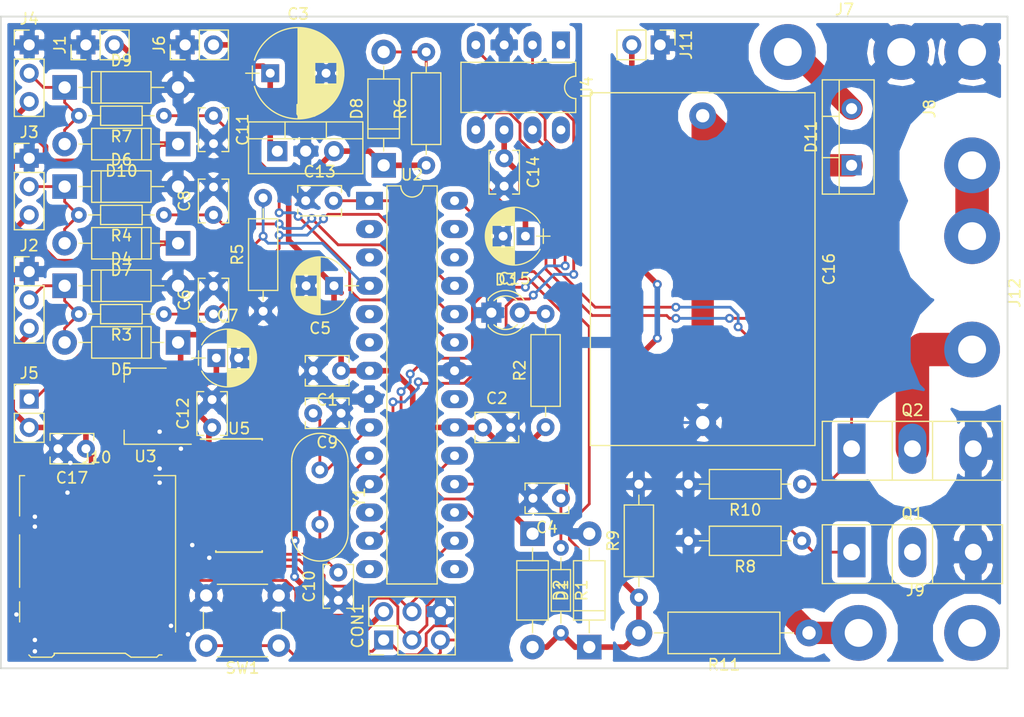
<source format=kicad_pcb>
(kicad_pcb (version 20171130) (host pcbnew "(2017-12-14 revision b47a06e)-master")
  (title_block (title "Elephant-3 Control Board") (date 2017-12-14) (rev 1))
  (layers (0 F.Cu signal) (31 B.Cu signal) (34 B.Paste user) (35 F.Paste user) (36 B.SilkS user) (37 F.SilkS user) (38 B.Mask user) (39 F.Mask user) (44 Edge.Cuts user))
  (net 0 "")
  (net 1 +5V)
  (net 2 GND)
  (net 3 "Net-(C3-Pad1)")
  (net 4 "Net-(C4-Pad1)")
  (net 5 "Net-(C6-Pad1)")
  (net 6 "Net-(C8-Pad1)")
  (net 7 "Net-(C9-Pad2)")
  (net 8 "Net-(C10-Pad2)")
  (net 9 +3V3)
  (net 10 300V)
  (net 11 "Net-(CON1-Pad4)")
  (net 12 "Net-(CON1-Pad3)")
  (net 13 "Net-(CON1-Pad1)")
  (net 14 IgnCap)
  (net 15 "Net-(D3-Pad2)")
  (net 16 "Net-(D4-Pad1)")
  (net 17 "Net-(D6-Pad1)")
  (net 18 "Net-(D10-Pad2)")
  (net 19 "Net-(D11-Pad2)")
  (net 20 "Net-(J5-Pad1)")
  (net 21 18V)
  (net 22 1200V)
  (net 23 "Net-(J9-Pad1)")
  (net 24 "Net-(J10-Pad10)")
  (net 25 "Net-(J10-Pad5)")
  (net 26 "Net-(J10-Pad3)")
  (net 27 "Net-(J10-Pad2)")
  (net 28 "Net-(J10-Pad1)")
  (net 29 "Net-(J10-Pad8)")
  (net 30 "Net-(J10-Pad9)")
  (net 31 "Net-(J12-Pad1)")
  (net 32 "Net-(Q1-Pad1)")
  (net 33 "Net-(Q2-Pad1)")
  (net 34 "Net-(U2-Pad14)")
  (net 35 "Net-(U2-Pad27)")
  (net 36 "Net-(U2-Pad13)")
  (net 37 "Net-(U2-Pad26)")
  (net 38 "Net-(U2-Pad12)")
  (net 39 "Net-(U2-Pad11)")
  (net 40 "Net-(U2-Pad21)")
  (net 41 "Net-(U2-Pad6)")
  (net 42 "Net-(U2-Pad5)")
  (net 43 "Net-(U2-Pad3)")
  (net 44 "Net-(U2-Pad16)")
  (net 45 "Net-(U2-Pad2)")
  (net 46 "Net-(U2-Pad15)")
  (net 47 "Net-(C11-Pad1)")
  (net 48 "Net-(C13-Pad2)")
  (module LEDs:LED_D3.0mm (layer F.Cu) (at 151.892 95.123)
    (fp_text reference D3 (at 1.27 -2.96) (layer F.SilkS))
    (fp_text value LED)
    (pad 2 thru_hole circle (at 2.54 0) (size 1.8 1.8) (drill 0.9) (layers *.Cu *.Mask) (net 15 "Net-(D3-Pad2)"))
    (pad 1 thru_hole rect (at 0 0) (size 1.8 1.8) (drill 0.9) (layers *.Cu *.Mask) (net 2 GND))
  )
  (module Capacitors_THT:C_Rect_L31.5mm_W20.0mm_P27.50mm_MKS4 (layer F.Cu) (at 170.815 77.47 270)
    (fp_text reference C16 (at 13.75 -11.31 270) (layer F.SilkS))
    (fp_text value 5uF)
    (pad 2 thru_hole circle (at 27.5 0 270) (size 2.4 2.4) (drill 1.2) (layers *.Cu *.Mask) (net 2 GND))
    (pad 1 thru_hole circle (at 0 0 270) (size 2.4 2.4) (drill 1.2) (layers *.Cu *.Mask) (net 10 300V))
  )
  (module Capacitors_THT:C_Disc_D3.8mm_W2.6mm_P2.50mm (layer F.Cu) (at 138.43 100.33 180)
    (fp_text reference C1 (at 1.25 -2.61 180) (layer F.SilkS))
    (fp_text value 100nF)
    (pad 1 thru_hole circle (at 0 0 180) (size 1.6 1.6) (drill 0.8) (layers *.Cu *.Mask) (net 1 +5V))
    (pad 2 thru_hole circle (at 2.5 0 180) (size 1.6 1.6) (drill 0.8) (layers *.Cu *.Mask) (net 2 GND))
  )
  (module Capacitors_THT:C_Disc_D3.8mm_W2.6mm_P2.50mm (layer F.Cu) (at 151.13 105.41)
    (fp_text reference C2 (at 1.25 -2.61) (layer F.SilkS))
    (fp_text value 100nF)
    (pad 1 thru_hole circle (at 0 0) (size 1.6 1.6) (drill 0.8) (layers *.Cu *.Mask) (net 1 +5V))
    (pad 2 thru_hole circle (at 2.5 0) (size 1.6 1.6) (drill 0.8) (layers *.Cu *.Mask) (net 2 GND))
  )
  (module Capacitors_THT:CP_Radial_D8.0mm_P5.00mm (layer F.Cu) (at 132.08 73.66)
    (fp_text reference C3 (at 2.5 -5.31) (layer F.SilkS))
    (fp_text value 100uF)
    (pad 1 thru_hole rect (at 0 0) (size 1.6 1.6) (drill 0.8) (layers *.Cu *.Mask) (net 3 "Net-(C3-Pad1)"))
    (pad 2 thru_hole circle (at 5 0) (size 1.6 1.6) (drill 0.8) (layers *.Cu *.Mask) (net 2 GND))
  )
  (module Capacitors_THT:C_Disc_D3.8mm_W2.6mm_P2.50mm (layer F.Cu) (at 158.115 111.76 180)
    (fp_text reference C4 (at 1.25 -2.61 180) (layer F.SilkS))
    (fp_text value 10nF)
    (pad 1 thru_hole circle (at 0 0 180) (size 1.6 1.6) (drill 0.8) (layers *.Cu *.Mask) (net 4 "Net-(C4-Pad1)"))
    (pad 2 thru_hole circle (at 2.5 0 180) (size 1.6 1.6) (drill 0.8) (layers *.Cu *.Mask) (net 2 GND))
  )
  (module Capacitors_THT:CP_Radial_D5.0mm_P2.50mm (layer F.Cu) (at 137.795 92.71 180)
    (fp_text reference C5 (at 1.25 -3.81 180) (layer F.SilkS))
    (fp_text value 10uF)
    (pad 1 thru_hole rect (at 0 0 180) (size 1.6 1.6) (drill 0.8) (layers *.Cu *.Mask) (net 1 +5V))
    (pad 2 thru_hole circle (at 2.5 0 180) (size 1.6 1.6) (drill 0.8) (layers *.Cu *.Mask) (net 2 GND))
  )
  (module Capacitors_THT:C_Disc_D3.8mm_W2.6mm_P2.50mm (layer F.Cu) (at 127 95.25 90)
    (fp_text reference C6 (at 1.25 -2.61 90) (layer F.SilkS))
    (fp_text value 10nF)
    (pad 1 thru_hole circle (at 0 0 90) (size 1.6 1.6) (drill 0.8) (layers *.Cu *.Mask) (net 5 "Net-(C6-Pad1)"))
    (pad 2 thru_hole circle (at 2.5 0 90) (size 1.6 1.6) (drill 0.8) (layers *.Cu *.Mask) (net 2 GND))
  )
  (module Capacitors_THT:C_Disc_D3.8mm_W2.6mm_P2.50mm (layer F.Cu) (at 127 86.36 90)
    (fp_text reference C8 (at 1.25 -2.61 90) (layer F.SilkS))
    (fp_text value 10nF)
    (pad 1 thru_hole circle (at 0 0 90) (size 1.6 1.6) (drill 0.8) (layers *.Cu *.Mask) (net 6 "Net-(C8-Pad1)"))
    (pad 2 thru_hole circle (at 2.5 0 90) (size 1.6 1.6) (drill 0.8) (layers *.Cu *.Mask) (net 2 GND))
  )
  (module Capacitors_THT:C_Disc_D3.8mm_W2.6mm_P2.50mm (layer F.Cu) (at 138.43 104.14 180)
    (fp_text reference C9 (at 1.25 -2.61 180) (layer F.SilkS))
    (fp_text value 22pF)
    (pad 1 thru_hole circle (at 0 0 180) (size 1.6 1.6) (drill 0.8) (layers *.Cu *.Mask) (net 2 GND))
    (pad 2 thru_hole circle (at 2.5 0 180) (size 1.6 1.6) (drill 0.8) (layers *.Cu *.Mask) (net 7 "Net-(C9-Pad2)"))
  )
  (module Capacitors_THT:C_Disc_D3.8mm_W2.6mm_P2.50mm (layer F.Cu) (at 138.176 120.904 90)
    (fp_text reference C10 (at 1.25 -2.61 90) (layer F.SilkS))
    (fp_text value 22pF)
    (pad 1 thru_hole circle (at 0 0 90) (size 1.6 1.6) (drill 0.8) (layers *.Cu *.Mask) (net 2 GND))
    (pad 2 thru_hole circle (at 2.5 0 90) (size 1.6 1.6) (drill 0.8) (layers *.Cu *.Mask) (net 8 "Net-(C10-Pad2)"))
  )
  (module Capacitors_THT:C_Disc_D3.8mm_W2.6mm_P2.50mm (layer F.Cu) (at 126.873 105.41 90)
    (fp_text reference C12 (at 1.25 -2.61 90) (layer F.SilkS))
    (fp_text value 100nF)
    (pad 1 thru_hole circle (at 0 0 90) (size 1.6 1.6) (drill 0.8) (layers *.Cu *.Mask) (net 9 +3V3))
    (pad 2 thru_hole circle (at 2.5 0 90) (size 1.6 1.6) (drill 0.8) (layers *.Cu *.Mask) (net 2 GND))
  )
  (module Capacitors_THT:C_Disc_D3.8mm_W2.6mm_P2.50mm (layer F.Cu) (at 135.255 85.09)
    (fp_text reference C13 (at 1.25 -2.61) (layer F.SilkS))
    (fp_text value 100nF)
    (pad 1 thru_hole circle (at 0 0) (size 1.6 1.6) (drill 0.8) (layers *.Cu *.Mask) (net 2 GND))
    (pad 2 thru_hole circle (at 2.5 0) (size 1.6 1.6) (drill 0.8) (layers *.Cu *.Mask) (net 48 "Net-(C13-Pad2)"))
  )
  (module Capacitors_THT:C_Disc_D3.8mm_W2.6mm_P2.50mm (layer F.Cu) (at 153.035 81.28 270)
    (fp_text reference C14 (at 1.25 -2.61 270) (layer F.SilkS))
    (fp_text value 100nF)
    (pad 1 thru_hole circle (at 0 0 270) (size 1.6 1.6) (drill 0.8) (layers *.Cu *.Mask) (net 21 18V))
    (pad 2 thru_hole circle (at 2.5 0 270) (size 1.6 1.6) (drill 0.8) (layers *.Cu *.Mask) (net 2 GND))
  )
  (module Pin_Headers:Pin_Header_Straight_2x03_Pitch2.54mm (layer F.Cu) (at 142.24 124.46 90)
    (fp_text reference CON1 (at 1.27 -2.33 90) (layer F.SilkS))
    (fp_text value AVR-ISP-6)
    (pad 1 thru_hole rect (at 0 0 90) (size 1.7 1.7) (drill 1) (layers *.Cu *.Mask) (net 13 "Net-(CON1-Pad1)"))
    (pad 2 thru_hole oval (at 2.54 0 90) (size 1.7 1.7) (drill 1) (layers *.Cu *.Mask) (net 1 +5V))
    (pad 3 thru_hole oval (at 0 2.54 90) (size 1.7 1.7) (drill 1) (layers *.Cu *.Mask) (net 12 "Net-(CON1-Pad3)"))
    (pad 4 thru_hole oval (at 2.54 2.54 90) (size 1.7 1.7) (drill 1) (layers *.Cu *.Mask) (net 11 "Net-(CON1-Pad4)"))
    (pad 5 thru_hole oval (at 0 5.08 90) (size 1.7 1.7) (drill 1) (layers *.Cu *.Mask) (net 48 "Net-(C13-Pad2)"))
    (pad 6 thru_hole oval (at 2.54 5.08 90) (size 1.7 1.7) (drill 1) (layers *.Cu *.Mask) (net 2 GND))
  )
  (module Diodes_THT:D_DO-41_SOD81_P10.16mm_Horizontal (layer F.Cu) (at 160.655 125.095 90)
    (fp_text reference D1 (at 5.08 -2.41 90) (layer F.SilkS))
    (fp_text value D_Schottky)
    (pad 1 thru_hole rect (at 0 0 90) (size 2.2 2.2) (drill 1.1) (layers *.Cu *.Mask) (net 14 IgnCap))
    (pad 2 thru_hole oval (at 10.16 0 90) (size 2.2 2.2) (drill 1.1) (layers *.Cu *.Mask) (net 2 GND))
  )
  (module Diodes_THT:D_DO-41_SOD81_P10.16mm_Horizontal (layer F.Cu) (at 155.575 114.935 270)
    (fp_text reference D2 (at 5.08 -2.41 270) (layer F.SilkS))
    (fp_text value D_Schottky)
    (pad 1 thru_hole rect (at 0 0 270) (size 2.2 2.2) (drill 1.1) (layers *.Cu *.Mask) (net 1 +5V))
    (pad 2 thru_hole oval (at 10.16 0 270) (size 2.2 2.2) (drill 1.1) (layers *.Cu *.Mask) (net 14 IgnCap))
  )
  (module Diodes_THT:D_DO-41_SOD81_P10.16mm_Horizontal (layer F.Cu) (at 113.665 92.71)
    (fp_text reference D4 (at 5.08 -2.41) (layer F.SilkS))
    (fp_text value D_Schottky)
    (pad 1 thru_hole rect (at 0 0) (size 2.2 2.2) (drill 1.1) (layers *.Cu *.Mask) (net 16 "Net-(D4-Pad1)"))
    (pad 2 thru_hole oval (at 10.16 0) (size 2.2 2.2) (drill 1.1) (layers *.Cu *.Mask) (net 2 GND))
  )
  (module Diodes_THT:D_DO-41_SOD81_P10.16mm_Horizontal (layer F.Cu) (at 123.825 97.79 180)
    (fp_text reference D5 (at 5.08 -2.41 180) (layer F.SilkS))
    (fp_text value D_Schottky)
    (pad 1 thru_hole rect (at 0 0 180) (size 2.2 2.2) (drill 1.1) (layers *.Cu *.Mask) (net 1 +5V))
    (pad 2 thru_hole oval (at 10.16 0 180) (size 2.2 2.2) (drill 1.1) (layers *.Cu *.Mask) (net 16 "Net-(D4-Pad1)"))
  )
  (module Diodes_THT:D_DO-41_SOD81_P10.16mm_Horizontal (layer F.Cu) (at 113.665 83.82)
    (fp_text reference D6 (at 5.08 -2.41) (layer F.SilkS))
    (fp_text value D_Schottky)
    (pad 1 thru_hole rect (at 0 0) (size 2.2 2.2) (drill 1.1) (layers *.Cu *.Mask) (net 17 "Net-(D6-Pad1)"))
    (pad 2 thru_hole oval (at 10.16 0) (size 2.2 2.2) (drill 1.1) (layers *.Cu *.Mask) (net 2 GND))
  )
  (module Diodes_THT:D_DO-41_SOD81_P10.16mm_Horizontal (layer F.Cu) (at 123.825 88.9 180)
    (fp_text reference D7 (at 5.08 -2.41 180) (layer F.SilkS))
    (fp_text value D_Schottky)
    (pad 1 thru_hole rect (at 0 0 180) (size 2.2 2.2) (drill 1.1) (layers *.Cu *.Mask) (net 1 +5V))
    (pad 2 thru_hole oval (at 10.16 0 180) (size 2.2 2.2) (drill 1.1) (layers *.Cu *.Mask) (net 17 "Net-(D6-Pad1)"))
  )
  (module Diodes_THT:D_DO-41_SOD81_P10.16mm_Horizontal (layer F.Cu) (at 142.24 81.915 90)
    (fp_text reference D8 (at 5.08 -2.41 90) (layer F.SilkS))
    (fp_text value D)
    (pad 1 thru_hole rect (at 0 0 90) (size 2.2 2.2) (drill 1.1) (layers *.Cu *.Mask) (net 1 +5V))
    (pad 2 thru_hole oval (at 10.16 0 90) (size 2.2 2.2) (drill 1.1) (layers *.Cu *.Mask) (net 48 "Net-(C13-Pad2)"))
  )
  (module Diodes_THT:D_DO-41_SOD81_P10.16mm_Horizontal (layer F.Cu) (at 113.665 74.93)
    (fp_text reference D9 (at 5.08 -2.41) (layer F.SilkS))
    (fp_text value D_Schottky)
    (pad 1 thru_hole rect (at 0 0) (size 2.2 2.2) (drill 1.1) (layers *.Cu *.Mask) (net 18 "Net-(D10-Pad2)"))
    (pad 2 thru_hole oval (at 10.16 0) (size 2.2 2.2) (drill 1.1) (layers *.Cu *.Mask) (net 2 GND))
  )
  (module Diodes_THT:D_DO-41_SOD81_P10.16mm_Horizontal (layer F.Cu) (at 123.825 80.01 180)
    (fp_text reference D10 (at 5.08 -2.41 180) (layer F.SilkS))
    (fp_text value D_Schottky)
    (pad 1 thru_hole rect (at 0 0 180) (size 2.2 2.2) (drill 1.1) (layers *.Cu *.Mask) (net 1 +5V))
    (pad 2 thru_hole oval (at 10.16 0 180) (size 2.2 2.2) (drill 1.1) (layers *.Cu *.Mask) (net 18 "Net-(D10-Pad2)"))
  )
  (module TO_SOT_Packages_THT:TO-220-2_Vertical (layer F.Cu) (at 184.15 81.915 90)
    (fp_text reference D11 (at 2.54 -3.62 90) (layer F.SilkS))
    (fp_text value C4D2120)
    (pad 1 thru_hole rect (at 0 0 90) (size 1.8 1.8) (drill 1) (layers *.Cu *.Mask) (net 10 300V))
    (pad 2 thru_hole oval (at 5.08 0 90) (size 1.8 1.8) (drill 1) (layers *.Cu *.Mask) (net 19 "Net-(D11-Pad2)"))
  )
  (module Pin_Headers:Pin_Header_Straight_1x02_Pitch2.54mm (layer F.Cu) (at 115.57 71.12 90)
    (fp_text reference J1 (at 0 -2.33 90) (layer F.SilkS))
    (fp_text value 7-25V)
    (pad 1 thru_hole rect (at 0 0 90) (size 1.7 1.7) (drill 1) (layers *.Cu *.Mask) (net 2 GND))
    (pad 2 thru_hole oval (at 0 2.54 90) (size 1.7 1.7) (drill 1) (layers *.Cu *.Mask) (net 3 "Net-(C3-Pad1)"))
  )
  (module Pin_Headers:Pin_Header_Straight_1x03_Pitch2.54mm (layer F.Cu) (at 110.49 91.44)
    (fp_text reference J2 (at 0 -2.33) (layer F.SilkS))
    (fp_text value ADC2)
    (pad 1 thru_hole rect (at 0 0) (size 1.7 1.7) (drill 1) (layers *.Cu *.Mask) (net 2 GND))
    (pad 2 thru_hole oval (at 0 2.54) (size 1.7 1.7) (drill 1) (layers *.Cu *.Mask) (net 16 "Net-(D4-Pad1)"))
    (pad 3 thru_hole oval (at 0 5.08) (size 1.7 1.7) (drill 1) (layers *.Cu *.Mask) (net 1 +5V))
  )
  (module Pin_Headers:Pin_Header_Straight_1x03_Pitch2.54mm (layer F.Cu) (at 110.49 81.28)
    (fp_text reference J3 (at 0 -2.33) (layer F.SilkS))
    (fp_text value ADC1)
    (pad 1 thru_hole rect (at 0 0) (size 1.7 1.7) (drill 1) (layers *.Cu *.Mask) (net 2 GND))
    (pad 2 thru_hole oval (at 0 2.54) (size 1.7 1.7) (drill 1) (layers *.Cu *.Mask) (net 17 "Net-(D6-Pad1)"))
    (pad 3 thru_hole oval (at 0 5.08) (size 1.7 1.7) (drill 1) (layers *.Cu *.Mask) (net 1 +5V))
  )
  (module Pin_Headers:Pin_Header_Straight_1x03_Pitch2.54mm (layer F.Cu) (at 110.49 71.12)
    (fp_text reference J4 (at 0 -2.33) (layer F.SilkS))
    (fp_text value ADC0)
    (pad 1 thru_hole rect (at 0 0) (size 1.7 1.7) (drill 1) (layers *.Cu *.Mask) (net 2 GND))
    (pad 2 thru_hole oval (at 0 2.54) (size 1.7 1.7) (drill 1) (layers *.Cu *.Mask) (net 18 "Net-(D10-Pad2)"))
    (pad 3 thru_hole oval (at 0 5.08) (size 1.7 1.7) (drill 1) (layers *.Cu *.Mask) (net 1 +5V))
  )
  (module Pin_Headers:Pin_Header_Straight_1x02_Pitch2.54mm (layer F.Cu) (at 110.49 102.87)
    (fp_text reference J5 (at 0 -2.33) (layer F.SilkS))
    (fp_text value Switch)
    (pad 1 thru_hole rect (at 0 0) (size 1.7 1.7) (drill 1) (layers *.Cu *.Mask) (net 20 "Net-(J5-Pad1)"))
    (pad 2 thru_hole oval (at 0 2.54) (size 1.7 1.7) (drill 1) (layers *.Cu *.Mask) (net 1 +5V))
  )
  (module Pin_Headers:Pin_Header_Straight_1x02_Pitch2.54mm (layer F.Cu) (at 124.46 71.12 90)
    (fp_text reference J6 (at 0 -2.33 90) (layer F.SilkS))
    (fp_text value 18V)
    (pad 1 thru_hole rect (at 0 0 90) (size 1.7 1.7) (drill 1) (layers *.Cu *.Mask) (net 2 GND))
    (pad 2 thru_hole oval (at 0 2.54 90) (size 1.7 1.7) (drill 1) (layers *.Cu *.Mask) (net 21 18V))
  )
  (module HV-WirePad:HV-WirePad (layer F.Cu) (at 183.515 71.755)
    (fp_text reference J7 (at 0 -3.81) (layer F.SilkS))
    (fp_text value 300V)
    (pad 2 thru_hole circle (at -5.08 0) (size 5 5) (drill 2.5) (layers *.Cu *.Mask) (net 19 "Net-(D11-Pad2)"))
    (pad 1 thru_hole circle (at 5.08 0) (size 5 5) (drill 2.5) (layers *.Cu *.Mask) (net 2 GND))
  )
  (module HV-WirePad:HV-WirePad (layer F.Cu) (at 194.945 76.835 90)
    (fp_text reference J8 (at 0 -3.81 90) (layer F.SilkS))
    (fp_text value 1200V)
    (pad 2 thru_hole circle (at -5.08 0 90) (size 5 5) (drill 2.5) (layers *.Cu *.Mask) (net 22 1200V))
    (pad 1 thru_hole circle (at 5.08 0 90) (size 5 5) (drill 2.5) (layers *.Cu *.Mask) (net 2 GND))
  )
  (module HV-WirePad:HV-WirePad (layer F.Cu) (at 189.865 123.825)
    (fp_text reference J9 (at 0 -3.81) (layer F.SilkS))
    (fp_text value Ignitor)
    (pad 2 thru_hole circle (at -5.08 0) (size 5 5) (drill 2.5) (layers *.Cu *.Mask) (net 10 300V))
    (pad 1 thru_hole circle (at 5.08 0) (size 5 5) (drill 2.5) (layers *.Cu *.Mask) (net 23 "Net-(J9-Pad1)"))
  )
  (module Connectors_Card:Hirose_DM3AT-SF-PEJM5 (layer F.Cu) (at 119.38 110.49)
    (fp_text reference J10 (at -2.85 -2.4) (layer F.SilkS))
    (fp_text value Micro_SD_Card_Det)
    (pad 9 smd rect (at -8.65 -0.6) (size 0.7 1.2) (layers F.Cu F.Paste F.Mask) (net 30 "Net-(J10-Pad9)"))
    (pad 8 smd rect (at -7.7 -0.6) (size 0.7 1.2) (layers F.Cu F.Paste F.Mask) (net 29 "Net-(J10-Pad8)"))
    (pad 1 smd rect (at 0 -0.6) (size 0.7 1.2) (layers F.Cu F.Paste F.Mask) (net 28 "Net-(J10-Pad1)"))
    (pad 2 smd rect (at -1.1 -0.6) (size 0.7 1.2) (layers F.Cu F.Paste F.Mask) (net 27 "Net-(J10-Pad2)"))
    (pad 3 smd rect (at -2.2 -0.6) (size 0.7 1.2) (layers F.Cu F.Paste F.Mask) (net 26 "Net-(J10-Pad3)"))
    (pad 4 smd rect (at -3.3 -0.6) (size 0.7 1.2) (layers F.Cu F.Paste F.Mask) (net 9 +3V3))
    (pad 5 smd rect (at -4.4 -0.6) (size 0.7 1.2) (layers F.Cu F.Paste F.Mask) (net 25 "Net-(J10-Pad5)"))
    (pad 6 smd rect (at -5.5 -0.6) (size 0.7 1.2) (layers F.Cu F.Paste F.Mask) (net 2 GND))
    (pad 7 smd rect (at -6.6 -0.6) (size 0.7 1.2) (layers F.Cu F.Paste F.Mask) (net 13 "Net-(CON1-Pad1)"))
    (pad 11 smd rect (at 1.55 -0.6) (size 1 1.2) (layers F.Cu F.Paste F.Mask) (net 2 GND))
    (pad 11 smd rect (at -9.6 3.7) (size 1 1.2) (layers F.Cu F.Paste F.Mask) (net 2 GND))
    (pad 10 smd rect (at -9.6 9.9) (size 1 0.8) (layers F.Cu F.Paste F.Mask) (net 24 "Net-(J10-Pad10)"))
    (pad 11 smd rect (at -9.6 14.05) (size 1 2.8) (layers F.Cu F.Paste F.Mask) (net 2 GND))
    (pad 11 smd rect (at 3.9 14.5) (size 1.3 1.9) (layers F.Cu F.Paste F.Mask) (net 2 GND))
  )
  (module Pin_Headers:Pin_Header_Straight_1x02_Pitch2.54mm (layer F.Cu) (at 167.005 71.12 270)
    (fp_text reference J11 (at 0 -2.33 270) (layer F.SilkS))
    (fp_text value IgnCap)
    (pad 1 thru_hole rect (at 0 0 270) (size 1.7 1.7) (drill 1) (layers *.Cu *.Mask) (net 2 GND))
    (pad 2 thru_hole oval (at 0 2.54 270) (size 1.7 1.7) (drill 1) (layers *.Cu *.Mask) (net 14 IgnCap))
  )
  (module HV-WirePad:HV-WirePad (layer F.Cu) (at 194.945 93.345 270)
    (fp_text reference J12 (at 0 -3.81 270) (layer F.SilkS))
    (fp_text value Main)
    (pad 2 thru_hole circle (at -5.08 0 270) (size 5 5) (drill 2.5) (layers *.Cu *.Mask) (net 22 1200V))
    (pad 1 thru_hole circle (at 5.08 0 270) (size 5 5) (drill 2.5) (layers *.Cu *.Mask) (net 31 "Net-(J12-Pad1)"))
  )
  (module TO_SOT_Packages_THT:TO-247_TO-3P_Vertical (layer F.Cu) (at 184.15 116.586)
    (fp_text reference Q1 (at 5.45 -3.45) (layer F.SilkS))
    (fp_text value IRGPS40B120U)
    (pad 1 thru_hole rect (at 0 0) (size 2.5 4.5) (drill 1.5) (layers *.Cu *.Mask) (net 32 "Net-(Q1-Pad1)"))
    (pad 2 thru_hole oval (at 5.45 0) (size 2.5 4.5) (drill 1.5) (layers *.Cu *.Mask) (net 23 "Net-(J9-Pad1)"))
    (pad 3 thru_hole oval (at 10.9 0) (size 2.5 4.5) (drill 1.5) (layers *.Cu *.Mask) (net 2 GND))
  )
  (module TO_SOT_Packages_THT:TO-247_TO-3P_Vertical (layer F.Cu) (at 184.15 107.315)
    (fp_text reference Q2 (at 5.45 -3.45) (layer F.SilkS))
    (fp_text value STW21N150K5)
    (pad 1 thru_hole rect (at 0 0) (size 2.5 4.5) (drill 1.5) (layers *.Cu *.Mask) (net 33 "Net-(Q2-Pad1)"))
    (pad 2 thru_hole oval (at 5.45 0) (size 2.5 4.5) (drill 1.5) (layers *.Cu *.Mask) (net 31 "Net-(J12-Pad1)"))
    (pad 3 thru_hole oval (at 10.9 0) (size 2.5 4.5) (drill 1.5) (layers *.Cu *.Mask) (net 2 GND))
  )
  (module Resistors_THT:R_Axial_DIN0204_L3.6mm_D1.6mm_P7.62mm_Horizontal (layer F.Cu) (at 158.115 116.205 270)
    (fp_text reference R1 (at 3.81 -1.86 270) (layer F.SilkS))
    (fp_text value 680)
    (pad 1 thru_hole circle (at 0 0 270) (size 1.4 1.4) (drill 0.7) (layers *.Cu *.Mask) (net 4 "Net-(C4-Pad1)"))
    (pad 2 thru_hole oval (at 7.62 0 270) (size 1.4 1.4) (drill 0.7) (layers *.Cu *.Mask) (net 14 IgnCap))
  )
  (module Resistors_THT:R_Axial_DIN0207_L6.3mm_D2.5mm_P10.16mm_Horizontal (layer F.Cu) (at 156.7434 105.3846 90)
    (fp_text reference R2 (at 5.08 -2.31 90) (layer F.SilkS))
    (fp_text value 150)
    (pad 1 thru_hole circle (at 0 0 90) (size 1.6 1.6) (drill 0.8) (layers *.Cu *.Mask) (net 1 +5V))
    (pad 2 thru_hole oval (at 10.16 0 90) (size 1.6 1.6) (drill 0.8) (layers *.Cu *.Mask) (net 15 "Net-(D3-Pad2)"))
  )
  (module Resistors_THT:R_Axial_DIN0204_L3.6mm_D1.6mm_P7.62mm_Horizontal (layer F.Cu) (at 122.555 95.25 180)
    (fp_text reference R3 (at 3.81 -1.86 180) (layer F.SilkS))
    (fp_text value 680)
    (pad 1 thru_hole circle (at 0 0 180) (size 1.4 1.4) (drill 0.7) (layers *.Cu *.Mask) (net 5 "Net-(C6-Pad1)"))
    (pad 2 thru_hole oval (at 7.62 0 180) (size 1.4 1.4) (drill 0.7) (layers *.Cu *.Mask) (net 16 "Net-(D4-Pad1)"))
  )
  (module Resistors_THT:R_Axial_DIN0204_L3.6mm_D1.6mm_P7.62mm_Horizontal (layer F.Cu) (at 122.555 86.36 180)
    (fp_text reference R4 (at 3.81 -1.86 180) (layer F.SilkS))
    (fp_text value 680)
    (pad 1 thru_hole circle (at 0 0 180) (size 1.4 1.4) (drill 0.7) (layers *.Cu *.Mask) (net 6 "Net-(C8-Pad1)"))
    (pad 2 thru_hole oval (at 7.62 0 180) (size 1.4 1.4) (drill 0.7) (layers *.Cu *.Mask) (net 17 "Net-(D6-Pad1)"))
  )
  (module Resistors_THT:R_Axial_DIN0207_L6.3mm_D2.5mm_P10.16mm_Horizontal (layer F.Cu) (at 131.445 94.996 90)
    (fp_text reference R5 (at 5.08 -2.31 90) (layer F.SilkS))
    (fp_text value 10k)
    (pad 1 thru_hole circle (at 0 0 90) (size 1.6 1.6) (drill 0.8) (layers *.Cu *.Mask) (net 2 GND))
    (pad 2 thru_hole oval (at 10.16 0 90) (size 1.6 1.6) (drill 0.8) (layers *.Cu *.Mask) (net 20 "Net-(J5-Pad1)"))
  )
  (module Resistors_THT:R_Axial_DIN0207_L6.3mm_D2.5mm_P10.16mm_Horizontal (layer F.Cu) (at 146.05 81.915 90)
    (fp_text reference R6 (at 5.08 -2.31 90) (layer F.SilkS))
    (fp_text value 10k)
    (pad 1 thru_hole circle (at 0 0 90) (size 1.6 1.6) (drill 0.8) (layers *.Cu *.Mask) (net 1 +5V))
    (pad 2 thru_hole oval (at 10.16 0 90) (size 1.6 1.6) (drill 0.8) (layers *.Cu *.Mask) (net 48 "Net-(C13-Pad2)"))
  )
  (module Resistors_THT:R_Axial_DIN0204_L3.6mm_D1.6mm_P7.62mm_Horizontal (layer F.Cu) (at 122.555 77.47 180)
    (fp_text reference R7 (at 3.81 -1.86 180) (layer F.SilkS))
    (fp_text value 680)
    (pad 1 thru_hole circle (at 0 0 180) (size 1.4 1.4) (drill 0.7) (layers *.Cu *.Mask) (net 47 "Net-(C11-Pad1)"))
    (pad 2 thru_hole oval (at 7.62 0 180) (size 1.4 1.4) (drill 0.7) (layers *.Cu *.Mask) (net 18 "Net-(D10-Pad2)"))
  )
  (module Resistors_THT:R_Axial_DIN0207_L6.3mm_D2.5mm_P10.16mm_Horizontal (layer F.Cu) (at 179.705 115.57 180)
    (fp_text reference R8 (at 5.08 -2.31 180) (layer F.SilkS))
    (fp_text value 340k)
    (pad 1 thru_hole circle (at 0 0 180) (size 1.6 1.6) (drill 0.8) (layers *.Cu *.Mask) (net 32 "Net-(Q1-Pad1)"))
    (pad 2 thru_hole oval (at 10.16 0 180) (size 1.6 1.6) (drill 0.8) (layers *.Cu *.Mask) (net 2 GND))
  )
  (module Resistors_THT:R_Axial_DIN0207_L6.3mm_D2.5mm_P10.16mm_Horizontal (layer F.Cu) (at 165.1 120.65 90)
    (fp_text reference R9 (at 5.08 -2.31 90) (layer F.SilkS))
    (fp_text value 10k)
    (pad 1 thru_hole circle (at 0 0 90) (size 1.6 1.6) (drill 0.8) (layers *.Cu *.Mask) (net 14 IgnCap))
    (pad 2 thru_hole oval (at 10.16 0 90) (size 1.6 1.6) (drill 0.8) (layers *.Cu *.Mask) (net 2 GND))
  )
  (module Resistors_THT:R_Axial_DIN0207_L6.3mm_D2.5mm_P10.16mm_Horizontal (layer F.Cu) (at 179.705 110.49 180)
    (fp_text reference R10 (at 5.08 -2.31 180) (layer F.SilkS))
    (fp_text value 340k)
    (pad 1 thru_hole circle (at 0 0 180) (size 1.6 1.6) (drill 0.8) (layers *.Cu *.Mask) (net 33 "Net-(Q2-Pad1)"))
    (pad 2 thru_hole oval (at 10.16 0 180) (size 1.6 1.6) (drill 0.8) (layers *.Cu *.Mask) (net 2 GND))
  )
  (module Resistors_THT:R_Axial_DIN0411_L9.9mm_D3.6mm_P15.24mm_Horizontal (layer F.Cu) (at 180.34 123.825 180)
    (fp_text reference R11 (at 7.62 -2.86 180) (layer F.SilkS))
    (fp_text value 680k)
    (pad 1 thru_hole circle (at 0 0 180) (size 2.4 2.4) (drill 1.2) (layers *.Cu *.Mask) (net 10 300V))
    (pad 2 thru_hole oval (at 15.24 0 180) (size 2.4 2.4) (drill 1.2) (layers *.Cu *.Mask) (net 14 IgnCap))
  )
  (module Buttons_Switches_THT:SW_PUSH_6mm_h5mm (layer F.Cu) (at 132.842 124.968 180)
    (fp_text reference SW1 (at 3.25 -2 180) (layer F.SilkS))
    (fp_text value Reset)
    (pad 2 thru_hole circle (at 0 4.5 270) (size 2 2) (drill 1.1) (layers *.Cu *.Mask) (net 2 GND))
    (pad 1 thru_hole circle (at 0 0 270) (size 2 2) (drill 1.1) (layers *.Cu *.Mask) (net 48 "Net-(C13-Pad2)"))
    (pad 2 thru_hole circle (at 6.5 4.5 270) (size 2 2) (drill 1.1) (layers *.Cu *.Mask) (net 2 GND))
    (pad 1 thru_hole circle (at 6.5 0 270) (size 2 2) (drill 1.1) (layers *.Cu *.Mask) (net 48 "Net-(C13-Pad2)"))
  )
  (module TO_SOT_Packages_THT:TO-220-3_Vertical (layer F.Cu) (at 132.715 80.645)
    (fp_text reference U1 (at 2.54 -3.62) (layer F.SilkS))
    (fp_text value LM7805_TO220)
    (pad 1 thru_hole rect (at 0 0) (size 1.8 1.8) (drill 1) (layers *.Cu *.Mask) (net 3 "Net-(C3-Pad1)"))
    (pad 2 thru_hole oval (at 2.54 0) (size 1.8 1.8) (drill 1) (layers *.Cu *.Mask) (net 2 GND))
    (pad 3 thru_hole oval (at 5.08 0) (size 1.8 1.8) (drill 1) (layers *.Cu *.Mask) (net 1 +5V))
  )
  (module Housings_DIP:DIP-28_W7.62mm_LongPads (layer F.Cu) (at 140.97 85.09)
    (fp_text reference U2 (at 3.81 -2.33) (layer F.SilkS))
    (fp_text value ATMEGA328P-PU)
    (pad 1 thru_hole rect (at 0 0) (size 2.4 1.6) (drill 0.8) (layers *.Cu *.Mask) (net 48 "Net-(C13-Pad2)"))
    (pad 15 thru_hole oval (at 7.62 33.02) (size 2.4 1.6) (drill 0.8) (layers *.Cu *.Mask) (net 46 "Net-(U2-Pad15)"))
    (pad 2 thru_hole oval (at 0 2.54) (size 2.4 1.6) (drill 0.8) (layers *.Cu *.Mask) (net 45 "Net-(U2-Pad2)"))
    (pad 16 thru_hole oval (at 7.62 30.48) (size 2.4 1.6) (drill 0.8) (layers *.Cu *.Mask) (net 44 "Net-(U2-Pad16)"))
    (pad 3 thru_hole oval (at 0 5.08) (size 2.4 1.6) (drill 0.8) (layers *.Cu *.Mask) (net 43 "Net-(U2-Pad3)"))
    (pad 17 thru_hole oval (at 7.62 27.94) (size 2.4 1.6) (drill 0.8) (layers *.Cu *.Mask) (net 11 "Net-(CON1-Pad4)"))
    (pad 4 thru_hole oval (at 0 7.62) (size 2.4 1.6) (drill 0.8) (layers *.Cu *.Mask) (net 20 "Net-(J5-Pad1)"))
    (pad 18 thru_hole oval (at 7.62 25.4) (size 2.4 1.6) (drill 0.8) (layers *.Cu *.Mask) (net 13 "Net-(CON1-Pad1)"))
    (pad 5 thru_hole oval (at 0 10.16) (size 2.4 1.6) (drill 0.8) (layers *.Cu *.Mask) (net 42 "Net-(U2-Pad5)"))
    (pad 19 thru_hole oval (at 7.62 22.86) (size 2.4 1.6) (drill 0.8) (layers *.Cu *.Mask) (net 12 "Net-(CON1-Pad3)"))
    (pad 6 thru_hole oval (at 0 12.7) (size 2.4 1.6) (drill 0.8) (layers *.Cu *.Mask) (net 41 "Net-(U2-Pad6)"))
    (pad 20 thru_hole oval (at 7.62 20.32) (size 2.4 1.6) (drill 0.8) (layers *.Cu *.Mask) (net 1 +5V))
    (pad 7 thru_hole oval (at 0 15.24) (size 2.4 1.6) (drill 0.8) (layers *.Cu *.Mask) (net 1 +5V))
    (pad 21 thru_hole oval (at 7.62 17.78) (size 2.4 1.6) (drill 0.8) (layers *.Cu *.Mask) (net 40 "Net-(U2-Pad21)"))
    (pad 8 thru_hole oval (at 0 17.78) (size 2.4 1.6) (drill 0.8) (layers *.Cu *.Mask) (net 2 GND))
    (pad 22 thru_hole oval (at 7.62 15.24) (size 2.4 1.6) (drill 0.8) (layers *.Cu *.Mask) (net 2 GND))
    (pad 9 thru_hole oval (at 0 20.32) (size 2.4 1.6) (drill 0.8) (layers *.Cu *.Mask) (net 7 "Net-(C9-Pad2)"))
    (pad 23 thru_hole oval (at 7.62 12.7) (size 2.4 1.6) (drill 0.8) (layers *.Cu *.Mask) (net 47 "Net-(C11-Pad1)"))
    (pad 10 thru_hole oval (at 0 22.86) (size 2.4 1.6) (drill 0.8) (layers *.Cu *.Mask) (net 8 "Net-(C10-Pad2)"))
    (pad 24 thru_hole oval (at 7.62 10.16) (size 2.4 1.6) (drill 0.8) (layers *.Cu *.Mask) (net 6 "Net-(C8-Pad1)"))
    (pad 11 thru_hole oval (at 0 25.4) (size 2.4 1.6) (drill 0.8) (layers *.Cu *.Mask) (net 39 "Net-(U2-Pad11)"))
    (pad 25 thru_hole oval (at 7.62 7.62) (size 2.4 1.6) (drill 0.8) (layers *.Cu *.Mask) (net 5 "Net-(C6-Pad1)"))
    (pad 12 thru_hole oval (at 0 27.94) (size 2.4 1.6) (drill 0.8) (layers *.Cu *.Mask) (net 38 "Net-(U2-Pad12)"))
    (pad 26 thru_hole oval (at 7.62 5.08) (size 2.4 1.6) (drill 0.8) (layers *.Cu *.Mask) (net 37 "Net-(U2-Pad26)"))
    (pad 13 thru_hole oval (at 0 30.48) (size 2.4 1.6) (drill 0.8) (layers *.Cu *.Mask) (net 36 "Net-(U2-Pad13)"))
    (pad 27 thru_hole oval (at 7.62 2.54) (size 2.4 1.6) (drill 0.8) (layers *.Cu *.Mask) (net 35 "Net-(U2-Pad27)"))
    (pad 14 thru_hole oval (at 0 33.02) (size 2.4 1.6) (drill 0.8) (layers *.Cu *.Mask) (net 34 "Net-(U2-Pad14)"))
    (pad 28 thru_hole oval (at 7.62 0) (size 2.4 1.6) (drill 0.8) (layers *.Cu *.Mask) (net 4 "Net-(C4-Pad1)"))
  )
  (module TO_SOT_Packages_SMD:SOT-223-3_TabPin2 (layer F.Cu) (at 120.904 103.505 180)
    (fp_text reference U3 (at 0 -4.5 180) (layer F.SilkS))
    (fp_text value LT1117-3.3)
    (pad 2 smd rect (at 3.15 0 180) (size 2 3.8) (layers F.Cu F.Paste F.Mask) (net 9 +3V3))
    (pad 2 smd rect (at -3.15 0 180) (size 2 1.5) (layers F.Cu F.Paste F.Mask) (net 9 +3V3))
    (pad 3 smd rect (at -3.15 2.3 180) (size 2 1.5) (layers F.Cu F.Paste F.Mask) (net 1 +5V))
    (pad 1 smd rect (at -3.15 -2.3 180) (size 2 1.5) (layers F.Cu F.Paste F.Mask) (net 2 GND))
  )
  (module Housings_DIP:DIP-8_W7.62mm_LongPads (layer F.Cu) (at 158.115 71.12 270)
    (fp_text reference U4 (at 3.81 -2.33 270) (layer F.SilkS))
    (fp_text value MC34151)
    (pad 1 thru_hole rect (at 0 0 270) (size 2.4 1.6) (drill 0.8) (layers *.Cu *.Mask))
    (pad 5 thru_hole oval (at 7.62 7.62 270) (size 2.4 1.6) (drill 0.8) (layers *.Cu *.Mask) (net 33 "Net-(Q2-Pad1)"))
    (pad 2 thru_hole oval (at 0 2.54 270) (size 2.4 1.6) (drill 0.8) (layers *.Cu *.Mask) (net 39 "Net-(U2-Pad11)"))
    (pad 6 thru_hole oval (at 7.62 5.08 270) (size 2.4 1.6) (drill 0.8) (layers *.Cu *.Mask) (net 21 18V))
    (pad 3 thru_hole oval (at 0 5.08 270) (size 2.4 1.6) (drill 0.8) (layers *.Cu *.Mask) (net 2 GND))
    (pad 7 thru_hole oval (at 7.62 2.54 270) (size 2.4 1.6) (drill 0.8) (layers *.Cu *.Mask) (net 32 "Net-(Q1-Pad1)"))
    (pad 4 thru_hole oval (at 0 7.62 270) (size 2.4 1.6) (drill 0.8) (layers *.Cu *.Mask) (net 36 "Net-(U2-Pad13)"))
    (pad 8 thru_hole oval (at 7.62 0 270) (size 2.4 1.6) (drill 0.8) (layers *.Cu *.Mask))
  )
  (module Housings_SOIC:SOIC-16_3.9x9.9mm_Pitch1.27mm (layer F.Cu) (at 129.286 111.506)
    (fp_text reference U5 (at 0 -6) (layer F.SilkS))
    (fp_text value 4050)
    (pad 1 smd rect (at -2.7 -4.445) (size 1.5 0.6) (layers F.Cu F.Paste F.Mask) (net 9 +3V3))
    (pad 2 smd rect (at -2.7 -3.175) (size 1.5 0.6) (layers F.Cu F.Paste F.Mask) (net 27 "Net-(J10-Pad2)"))
    (pad 3 smd rect (at -2.7 -1.905) (size 1.5 0.6) (layers F.Cu F.Paste F.Mask) (net 44 "Net-(U2-Pad16)"))
    (pad 4 smd rect (at -2.7 -0.635) (size 1.5 0.6) (layers F.Cu F.Paste F.Mask) (net 26 "Net-(J10-Pad3)"))
    (pad 5 smd rect (at -2.7 0.635) (size 1.5 0.6) (layers F.Cu F.Paste F.Mask) (net 11 "Net-(CON1-Pad4)"))
    (pad 6 smd rect (at -2.7 1.905) (size 1.5 0.6) (layers F.Cu F.Paste F.Mask) (net 25 "Net-(J10-Pad5)"))
    (pad 7 smd rect (at -2.7 3.175) (size 1.5 0.6) (layers F.Cu F.Paste F.Mask) (net 12 "Net-(CON1-Pad3)"))
    (pad 8 smd rect (at -2.7 4.445) (size 1.5 0.6) (layers F.Cu F.Paste F.Mask) (net 2 GND))
    (pad 9 smd rect (at 2.7 4.445) (size 1.5 0.6) (layers F.Cu F.Paste F.Mask))
    (pad 10 smd rect (at 2.7 3.175) (size 1.5 0.6) (layers F.Cu F.Paste F.Mask))
    (pad 11 smd rect (at 2.7 1.905) (size 1.5 0.6) (layers F.Cu F.Paste F.Mask))
    (pad 12 smd rect (at 2.7 0.635) (size 1.5 0.6) (layers F.Cu F.Paste F.Mask))
    (pad 13 smd rect (at 2.7 -0.635) (size 1.5 0.6) (layers F.Cu F.Paste F.Mask))
    (pad 14 smd rect (at 2.7 -1.905) (size 1.5 0.6) (layers F.Cu F.Paste F.Mask))
    (pad 15 smd rect (at 2.7 -3.175) (size 1.5 0.6) (layers F.Cu F.Paste F.Mask))
    (pad 16 smd rect (at 2.7 -4.445) (size 1.5 0.6) (layers F.Cu F.Paste F.Mask))
  )
  (module Crystals:Crystal_HC49-4H_Vertical (layer F.Cu) (at 136.525 109.22 270)
    (fp_text reference Y1 (at 2.44 -3.525 270) (layer F.SilkS))
    (fp_text value 16MHz)
    (pad 1 thru_hole circle (at 0 0 270) (size 1.5 1.5) (drill 0.8) (layers *.Cu *.Mask) (net 7 "Net-(C9-Pad2)"))
    (pad 2 thru_hole circle (at 4.88 0 270) (size 1.5 1.5) (drill 0.8) (layers *.Cu *.Mask) (net 8 "Net-(C10-Pad2)"))
  )
  (module Capacitors_THT:C_Disc_D3.8mm_W2.6mm_P2.50mm (layer F.Cu) (at 127 77.47 270)
    (fp_text reference C11 (at 1.25 -2.61 270) (layer F.SilkS))
    (fp_text value 10nF)
    (pad 2 thru_hole circle (at 2.5 0 270) (size 1.6 1.6) (drill 0.8) (layers *.Cu *.Mask) (net 2 GND))
    (pad 1 thru_hole circle (at 0 0 270) (size 1.6 1.6) (drill 0.8) (layers *.Cu *.Mask) (net 47 "Net-(C11-Pad1)"))
  )
  (module Capacitors_THT:CP_Radial_D5.0mm_P2.00mm (layer F.Cu) (at 127.254 99.187)
    (fp_text reference C7 (at 1 -3.81) (layer F.SilkS))
    (fp_text value 4.7uF)
    (pad 1 thru_hole rect (at 0 0) (size 1.6 1.6) (drill 0.8) (layers *.Cu *.Mask) (net 9 +3V3))
    (pad 2 thru_hole circle (at 2 0) (size 1.6 1.6) (drill 0.8) (layers *.Cu *.Mask) (net 2 GND))
  )
  (module Capacitors_THT:CP_Radial_D5.0mm_P2.00mm (layer F.Cu) (at 154.94 88.265 180)
    (fp_text reference C15 (at 1 -3.81 180) (layer F.SilkS))
    (fp_text value 4.7uF)
    (pad 2 thru_hole circle (at 2 0 180) (size 1.6 1.6) (drill 0.8) (layers *.Cu *.Mask) (net 2 GND))
    (pad 1 thru_hole rect (at 0 0 180) (size 1.6 1.6) (drill 0.8) (layers *.Cu *.Mask) (net 21 18V))
  )
  (module Capacitors_THT:C_Disc_D3.8mm_W2.6mm_P2.50mm (layer F.Cu) (at 115.57 107.315 180)
    (fp_text reference C17 (at 1.25 -2.61 180) (layer F.SilkS))
    (fp_text value 100nF)
    (pad 2 thru_hole circle (at 2.5 0 180) (size 1.6 1.6) (drill 0.8) (layers *.Cu *.Mask) (net 2 GND))
    (pad 1 thru_hole circle (at 0 0 180) (size 1.6 1.6) (drill 0.8) (layers *.Cu *.Mask) (net 9 +3V3))
  )
  (gr_line (start 198.12 68.58) (end 107.95 68.58) (layer Edge.Cuts) (width 0.15))
  (gr_line (start 198.12 127) (end 198.12 68.58) (layer Edge.Cuts) (width 0.15))
  (gr_line (start 107.95 127) (end 198.12 127) (layer Edge.Cuts) (width 0.15))
  (gr_line (start 107.95 68.58) (end 107.95 127) (layer Edge.Cuts) (width 0.15))
  (segment (start 163.576 97.79) (end 158.75 97.79) (width 1) (layer B.Cu) (net 2))
  (segment (start 170.815 104.97) (end 168.47 104.97) (width 0.25) (layer B.Cu) (net 2))
  (segment (start 168.47 104.97) (end 163.576 100.076) (width 0.25) (layer B.Cu) (net 2))
  (segment (start 163.576 100.076) (end 163.576 97.79) (width 0.25) (layer B.Cu) (net 2))
  (segment (start 164.465 71.12) (end 164.465 90.297) (width 0.5) (layer F.Cu) (net 14))
  (segment (start 166.751 97.409) (end 166.751 92.583) (width 0.5) (layer B.Cu) (net 14))
  (segment (start 166.351001 92.183001) (end 166.751 92.583) (width 0.5) (layer F.Cu) (net 14))
  (segment (start 164.465 90.297) (end 166.351001 92.183001) (width 0.5) (layer F.Cu) (net 14))
  (via (at 166.751 92.583) (size 0.8) (drill 0.4) (layers F.Cu B.Cu) (net 14))
  (segment (start 163.049999 101.109995) (end 166.351001 97.808993) (width 0.5) (layer F.Cu) (net 14))
  (segment (start 163.049999 118.599999) (end 163.049999 101.109995) (width 0.5) (layer F.Cu) (net 14))
  (segment (start 166.351001 97.808993) (end 166.751 97.408994) (width 0.5) (layer F.Cu) (net 14))
  (segment (start 165.1 120.65) (end 163.049999 118.599999) (width 0.5) (layer F.Cu) (net 14))
  (via (at 166.751 97.408994) (size 0.8) (drill 0.4) (layers F.Cu B.Cu) (net 14))
  (segment (start 166.751 97.409) (end 166.751 97.408994) (width 0.5) (layer F.Cu) (net 14))
  (segment (start 138.43 100.33) (end 138.43 96.647) (width 0.5) (layer F.Cu) (net 1))
  (segment (start 138.43 96.647) (end 137.795 96.012) (width 0.5) (layer F.Cu) (net 1))
  (segment (start 123.825 97.79) (end 124.5235 97.0915) (width 0.5) (layer F.Cu) (net 1))
  (segment (start 134.7135 97.0915) (end 135.6025 96.2025) (width 0.5) (layer F.Cu) (net 1))
  (segment (start 124.5235 97.0915) (end 134.7135 97.0915) (width 0.5) (layer F.Cu) (net 1))
  (segment (start 135.6025 96.2025) (end 137.6045 96.2025) (width 0.5) (layer F.Cu) (net 1))
  (segment (start 134.3025 99.5045) (end 137.6045 96.2025) (width 0.5) (layer F.Cu) (net 1))
  (segment (start 137.6045 96.2025) (end 137.795 96.012) (width 0.5) (layer F.Cu) (net 1))
  (segment (start 122.225 80.01) (end 120.674999 81.560001) (width 0.5) (layer F.Cu) (net 1))
  (segment (start 112.548001 81.560001) (end 111.9505 80.9625) (width 0.5) (layer F.Cu) (net 1))
  (segment (start 123.825 80.01) (end 122.225 80.01) (width 0.5) (layer F.Cu) (net 1))
  (segment (start 120.674999 81.560001) (end 112.548001 81.560001) (width 0.5) (layer F.Cu) (net 1))
  (segment (start 111.9505 80.9625) (end 111.9505 80.230498) (width 0.5) (layer F.Cu) (net 1))
  (segment (start 111.9505 80.230498) (end 109.571002 77.851) (width 0.5) (layer F.Cu) (net 1))
  (segment (start 109.571002 77.851) (end 108.966 77.851) (width 0.5) (layer F.Cu) (net 1))
  (segment (start 123.825 88.9) (end 122.225 88.9) (width 0.5) (layer F.Cu) (net 1))
  (segment (start 110.4265 88.0745) (end 108.966 88.0745) (width 0.5) (layer F.Cu) (net 1))
  (segment (start 122.225 88.9) (end 120.574 90.551) (width 0.5) (layer F.Cu) (net 1))
  (segment (start 112.903 90.551) (end 110.4265 88.0745) (width 0.5) (layer F.Cu) (net 1))
  (segment (start 120.574 90.551) (end 112.903 90.551) (width 0.5) (layer F.Cu) (net 1))
  (segment (start 137.795 96.012) (end 137.795 92.71) (width 0.5) (layer F.Cu) (net 1))
  (segment (start 134.3025 115.57) (end 134.3025 99.5045) (width 0.5) (layer F.Cu) (net 1))
  (segment (start 134.266097 118.781403) (end 134.266097 115.606403) (width 0.5) (layer B.Cu) (net 1))
  (segment (start 134.266097 115.606403) (end 134.3025 115.57) (width 0.5) (layer B.Cu) (net 1))
  (via (at 134.3025 115.57) (size 0.8) (drill 0.4) (layers F.Cu B.Cu) (net 1))
  (segment (start 135.124492 119.693992) (end 134.266097 118.835597) (width 0.5) (layer F.Cu) (net 1))
  (segment (start 134.266097 118.835597) (end 134.266097 118.781403) (width 0.5) (layer F.Cu) (net 1))
  (via (at 134.266097 118.781403) (size 0.8) (drill 0.4) (layers F.Cu B.Cu) (net 1))
  (segment (start 135.124492 121.904178) (end 135.124492 119.693992) (width 0.5) (layer F.Cu) (net 1))
  (segment (start 142.24 121.92) (end 140.77599 123.38401) (width 0.5) (layer F.Cu) (net 1))
  (segment (start 140.77599 123.38401) (end 136.604324 123.38401) (width 0.5) (layer F.Cu) (net 1))
  (segment (start 136.604324 123.38401) (end 135.124492 121.904178) (width 0.5) (layer F.Cu) (net 1))
  (segment (start 142.24 121.92) (end 141.732 121.92) (width 0.5) (layer F.Cu) (net 1))
  (segment (start 140.97 100.33) (end 143.129 100.33) (width 0.5) (layer F.Cu) (net 1))
  (segment (start 145.796 105.41) (end 148.59 105.41) (width 0.5) (layer F.Cu) (net 1))
  (segment (start 144.8435 104.4575) (end 145.796 105.41) (width 0.5) (layer F.Cu) (net 1))
  (segment (start 144.8435 102.0445) (end 144.8435 104.4575) (width 0.5) (layer F.Cu) (net 1))
  (segment (start 143.129 100.33) (end 144.8435 102.0445) (width 0.5) (layer F.Cu) (net 1))
  (segment (start 151.13 105.41) (end 152.3365 106.6165) (width 0.5) (layer F.Cu) (net 1))
  (segment (start 152.3365 109.5375) (end 154.051 111.252) (width 0.5) (layer F.Cu) (net 1))
  (segment (start 152.3365 106.6165) (end 152.3365 109.5375) (width 0.5) (layer F.Cu) (net 1))
  (segment (start 156.7434 105.3846) (end 154.051 108.077) (width 0.5) (layer F.Cu) (net 1))
  (segment (start 154.051 108.077) (end 154.051 111.252) (width 0.5) (layer F.Cu) (net 1))
  (segment (start 154.051 113.411) (end 155.575 114.935) (width 0.5) (layer F.Cu) (net 1))
  (segment (start 154.051 111.252) (end 154.051 113.411) (width 0.5) (layer F.Cu) (net 1))
  (segment (start 110.49 86.36) (end 108.966 87.884) (width 0.5) (layer F.Cu) (net 1))
  (segment (start 108.9025 88.0745) (end 108.966 88.0745) (width 0.5) (layer F.Cu) (net 1))
  (segment (start 108.966 88.011) (end 108.9025 88.0745) (width 0.5) (layer F.Cu) (net 1))
  (segment (start 108.966 87.884) (end 108.966 88.011) (width 0.5) (layer F.Cu) (net 1))
  (segment (start 110.49 96.52) (end 110.49 97.028) (width 0.5) (layer F.Cu) (net 1))
  (segment (start 110.49 97.028) (end 108.966 98.552) (width 0.5) (layer F.Cu) (net 1))
  (segment (start 124.054 101.205) (end 124.054 98.019) (width 0.5) (layer F.Cu) (net 1))
  (segment (start 124.054 98.019) (end 123.825 97.79) (width 0.5) (layer F.Cu) (net 1))
  (segment (start 110.49 105.41) (end 114.681 105.41) (width 0.5) (layer F.Cu) (net 1))
  (segment (start 116.84 100.584) (end 123.433 100.584) (width 0.5) (layer F.Cu) (net 1))
  (segment (start 115.824 101.6) (end 116.84 100.584) (width 0.5) (layer F.Cu) (net 1))
  (segment (start 115.824 104.267) (end 115.824 101.6) (width 0.5) (layer F.Cu) (net 1))
  (segment (start 114.681 105.41) (end 115.824 104.267) (width 0.5) (layer F.Cu) (net 1))
  (segment (start 123.433 100.584) (end 124.054 101.205) (width 0.5) (layer F.Cu) (net 1))
  (segment (start 110.49 76.2) (end 110.49 76.327) (width 0.5) (layer F.Cu) (net 1))
  (segment (start 110.49 76.327) (end 108.966 77.851) (width 0.5) (layer F.Cu) (net 1))
  (segment (start 108.966 77.851) (end 108.966 88.0745) (width 0.5) (layer F.Cu) (net 1))
  (segment (start 108.966 88.0745) (end 108.966 98.552) (width 0.5) (layer F.Cu) (net 1))
  (segment (start 108.966 98.552) (end 108.966 103.886) (width 0.5) (layer F.Cu) (net 1))
  (segment (start 108.966 103.886) (end 110.49 105.41) (width 0.5) (layer F.Cu) (net 1))
  (segment (start 137.795 80.645) (end 136.017 82.423) (width 0.5) (layer F.Cu) (net 1))
  (segment (start 133.731 88.646) (end 137.795 92.71) (width 0.5) (layer F.Cu) (net 1))
  (segment (start 133.731 83.185) (end 133.731 88.646) (width 0.5) (layer F.Cu) (net 1))
  (segment (start 134.493 82.423) (end 133.731 83.185) (width 0.5) (layer F.Cu) (net 1))
  (segment (start 136.017 82.423) (end 134.493 82.423) (width 0.5) (layer F.Cu) (net 1))
  (segment (start 138.43 93.345) (end 137.795 92.71) (width 0.5) (layer F.Cu) (net 1))
  (segment (start 142.24 81.915) (end 146.05 81.915) (width 0.5) (layer F.Cu) (net 1))
  (segment (start 137.795 80.645) (end 140.97 80.645) (width 0.5) (layer F.Cu) (net 1))
  (segment (start 140.97 80.645) (end 142.24 81.915) (width 0.5) (layer F.Cu) (net 1))
  (segment (start 138.43 100.33) (end 140.97 100.33) (width 0.5) (layer F.Cu) (net 1))
  (segment (start 148.59 105.41) (end 151.13 105.41) (width 0.5) (layer F.Cu) (net 1))
  (segment (start 123.28 124.99) (end 123.676 124.99) (width 0.25) (layer F.Cu) (net 2))
  (segment (start 123.676 124.99) (end 124.714 123.952) (width 0.25) (layer F.Cu) (net 2))
  (via (at 124.714 123.952) (size 0.8) (drill 0.4) (layers F.Cu B.Cu) (net 2))
  (segment (start 123.28 124.99) (end 123.28 123.28) (width 0.25) (layer F.Cu) (net 2))
  (segment (start 123.28 123.28) (end 123.19 123.19) (width 0.25) (layer F.Cu) (net 2))
  (via (at 123.19 123.19) (size 0.8) (drill 0.4) (layers F.Cu B.Cu) (net 2))
  (segment (start 158.75 97.79) (end 157.48 97.79) (width 0.25) (layer B.Cu) (net 2))
  (segment (start 157.48 97.79) (end 156.21 99.06) (width 0.25) (layer B.Cu) (net 2))
  (segment (start 156.21 99.06) (end 152.4 99.06) (width 0.25) (layer B.Cu) (net 2))
  (segment (start 152.4 99.06) (end 151.892 98.552) (width 0.25) (layer B.Cu) (net 2))
  (segment (start 151.892 98.552) (end 151.892 95.123) (width 0.25) (layer B.Cu) (net 2))
  (segment (start 110.888 114.19) (end 110.998 114.3) (width 0.25) (layer F.Cu) (net 2))
  (segment (start 109.78 114.19) (end 110.888 114.19) (width 0.25) (layer F.Cu) (net 2))
  (via (at 110.998 114.3) (size 0.8) (drill 0.4) (layers F.Cu B.Cu) (net 2))
  (segment (start 110.53 114.19) (end 110.998 113.722) (width 0.25) (layer F.Cu) (net 2))
  (segment (start 110.998 113.722) (end 110.998 113.411) (width 0.25) (layer F.Cu) (net 2))
  (segment (start 109.78 114.19) (end 110.53 114.19) (width 0.25) (layer F.Cu) (net 2))
  (via (at 110.998 113.411) (size 0.8) (drill 0.4) (layers F.Cu B.Cu) (net 2))
  (segment (start 122.188 105.805) (end 122.174 105.791) (width 0.25) (layer F.Cu) (net 2))
  (segment (start 124.054 105.805) (end 122.188 105.805) (width 0.25) (layer F.Cu) (net 2))
  (via (at 122.174 105.791) (size 0.8) (drill 0.4) (layers F.Cu B.Cu) (net 2))
  (segment (start 124.054 107.29) (end 124.079 107.315) (width 0.25) (layer F.Cu) (net 2))
  (segment (start 124.054 105.805) (end 124.054 107.29) (width 0.25) (layer F.Cu) (net 2))
  (via (at 124.079 107.315) (size 0.8) (drill 0.4) (layers F.Cu B.Cu) (net 2))
  (segment (start 126.586 115.951) (end 125.094992 115.951) (width 0.25) (layer F.Cu) (net 2))
  (via (at 125.094992 115.951) (size 0.8) (drill 0.4) (layers F.Cu B.Cu) (net 2))
  (segment (start 126.586 115.951) (end 126.586 117.061004) (width 0.25) (layer F.Cu) (net 2))
  (segment (start 126.586 117.061004) (end 126.618996 117.094) (width 0.25) (layer F.Cu) (net 2))
  (via (at 126.618996 117.094) (size 0.8) (drill 0.4) (layers F.Cu B.Cu) (net 2))
  (segment (start 109.78 124.54) (end 110.918 124.54) (width 0.25) (layer F.Cu) (net 2))
  (segment (start 110.918 124.54) (end 110.998 124.46) (width 0.25) (layer F.Cu) (net 2))
  (via (at 110.998 124.46) (size 0.8) (drill 0.4) (layers F.Cu B.Cu) (net 2))
  (segment (start 109.78 124.54) (end 110.062 124.54) (width 0.25) (layer F.Cu) (net 2))
  (segment (start 110.062 124.54) (end 110.998 125.476) (width 0.25) (layer F.Cu) (net 2))
  (via (at 110.998 125.476) (size 0.8) (drill 0.4) (layers F.Cu B.Cu) (net 2))
  (segment (start 113.88 111.212982) (end 113.919 111.251982) (width 0.25) (layer F.Cu) (net 2))
  (segment (start 113.88 109.89) (end 113.88 111.212982) (width 0.25) (layer F.Cu) (net 2))
  (via (at 113.919 111.251982) (size 0.8) (drill 0.4) (layers F.Cu B.Cu) (net 2))
  (segment (start 120.93 109.89) (end 121.701 109.89) (width 0.25) (layer F.Cu) (net 2))
  (segment (start 121.701 109.89) (end 122.174 110.363) (width 0.25) (layer F.Cu) (net 2))
  (via (at 122.174 110.363) (size 0.8) (drill 0.4) (layers F.Cu B.Cu) (net 2))
  (segment (start 120.93 109.89) (end 121.377 109.89) (width 0.25) (layer F.Cu) (net 2))
  (segment (start 121.377 109.89) (end 122.174 109.093) (width 0.25) (layer F.Cu) (net 2))
  (via (at 122.174 109.093) (size 0.8) (drill 0.4) (layers F.Cu B.Cu) (net 2))
  (segment (start 109.78 124.54) (end 109.78 122.607) (width 0.25) (layer F.Cu) (net 2))
  (segment (start 109.78 122.607) (end 109.347 122.174) (width 0.25) (layer F.Cu) (net 2))
  (via (at 109.347 122.174) (size 0.8) (drill 0.4) (layers F.Cu B.Cu) (net 2))
  (segment (start 113.88 109.89) (end 113.88 108.878) (width 0.25) (layer F.Cu) (net 2))
  (segment (start 113.88 108.878) (end 114.173 108.585) (width 0.25) (layer F.Cu) (net 2))
  (via (at 114.173 108.585) (size 0.8) (drill 0.4) (layers F.Cu B.Cu) (net 2))
  (segment (start 132.08 73.66) (end 132.08 80.01) (width 0.5) (layer F.Cu) (net 3))
  (segment (start 132.08 80.01) (end 132.715 80.645) (width 0.5) (layer F.Cu) (net 3))
  (segment (start 118.11 71.12) (end 118.745 71.12) (width 0.5) (layer F.Cu) (net 3))
  (segment (start 118.745 71.12) (end 120.65 73.025) (width 0.5) (layer F.Cu) (net 3))
  (segment (start 120.65 73.025) (end 131.445 73.025) (width 0.5) (layer F.Cu) (net 3))
  (segment (start 131.445 73.025) (end 132.08 73.66) (width 0.5) (layer F.Cu) (net 3))
  (segment (start 155.194 92.075) (end 158.623 95.504) (width 0.25) (layer F.Cu) (net 4))
  (segment (start 158.623 111.252) (end 158.115 111.76) (width 0.25) (layer F.Cu) (net 4))
  (segment (start 158.623 95.504) (end 158.623 111.252) (width 0.25) (layer F.Cu) (net 4))
  (segment (start 150.495 89.535) (end 150.495 86.595) (width 0.25) (layer F.Cu) (net 4))
  (segment (start 150.495 86.595) (end 148.99 85.09) (width 0.25) (layer F.Cu) (net 4))
  (segment (start 148.99 85.09) (end 148.59 85.09) (width 0.25) (layer F.Cu) (net 4))
  (segment (start 153.035 92.075) (end 150.495 89.535) (width 0.25) (layer F.Cu) (net 4))
  (segment (start 155.208002 92.075) (end 155.194 92.075) (width 0.25) (layer F.Cu) (net 4))
  (segment (start 155.194 92.075) (end 153.035 92.075) (width 0.25) (layer F.Cu) (net 4))
  (segment (start 158.115 116.205) (end 158.115 111.76) (width 0.25) (layer F.Cu) (net 4))
  (segment (start 136.854824 86.710214) (end 137.254823 86.310215) (width 0.25) (layer F.Cu) (net 5))
  (segment (start 141.790215 86.310215) (end 148.19 92.71) (width 0.25) (layer F.Cu) (net 5))
  (segment (start 137.254823 86.310215) (end 141.790215 86.310215) (width 0.25) (layer F.Cu) (net 5))
  (segment (start 148.19 92.71) (end 148.59 92.71) (width 0.25) (layer F.Cu) (net 5))
  (segment (start 132.878844 88.172741) (end 135.392297 88.172741) (width 0.25) (layer B.Cu) (net 5))
  (segment (start 135.392297 88.172741) (end 136.854824 86.710214) (width 0.25) (layer B.Cu) (net 5))
  (via (at 136.854824 86.710214) (size 0.8) (drill 0.4) (layers F.Cu B.Cu) (net 5))
  (segment (start 127 95.25) (end 132.878844 89.371156) (width 0.25) (layer F.Cu) (net 5))
  (via (at 132.878844 88.172741) (size 0.8) (drill 0.4) (layers F.Cu B.Cu) (net 5))
  (segment (start 132.878844 89.371156) (end 132.878844 88.172741) (width 0.25) (layer F.Cu) (net 5))
  (segment (start 122.555 95.25) (end 127 95.25) (width 0.25) (layer F.Cu) (net 5))
  (segment (start 135.797015 86.67771) (end 138.164295 89.04499) (width 0.25) (layer F.Cu) (net 6))
  (segment (start 138.164295 89.04499) (end 141.98499 89.04499) (width 0.25) (layer F.Cu) (net 6))
  (segment (start 141.98499 89.04499) (end 148.19 95.25) (width 0.25) (layer F.Cu) (net 6))
  (segment (start 148.19 95.25) (end 148.59 95.25) (width 0.25) (layer F.Cu) (net 6))
  (segment (start 132.881 87.169503) (end 133.280999 87.569502) (width 0.25) (layer B.Cu) (net 6))
  (segment (start 133.280999 87.569502) (end 134.905223 87.569502) (width 0.25) (layer B.Cu) (net 6))
  (segment (start 134.905223 87.569502) (end 135.797015 86.67771) (width 0.25) (layer B.Cu) (net 6))
  (via (at 135.797015 86.67771) (size 0.8) (drill 0.4) (layers F.Cu B.Cu) (net 6))
  (segment (start 127 86.36) (end 127.809503 87.169503) (width 0.25) (layer F.Cu) (net 6))
  (segment (start 127.809503 87.169503) (end 132.881 87.169503) (width 0.25) (layer F.Cu) (net 6))
  (via (at 132.881 87.169503) (size 0.8) (drill 0.4) (layers F.Cu B.Cu) (net 6))
  (segment (start 122.555 86.36) (end 127 86.36) (width 0.25) (layer F.Cu) (net 6))
  (segment (start 136.525 109.22) (end 137.16 109.22) (width 0.25) (layer F.Cu) (net 7))
  (segment (start 137.16 109.22) (end 140.97 105.41) (width 0.25) (layer F.Cu) (net 7))
  (segment (start 136.525 109.22) (end 136.525 104.735) (width 0.25) (layer F.Cu) (net 7))
  (segment (start 136.525 104.735) (end 135.93 104.14) (width 0.25) (layer F.Cu) (net 7))
  (segment (start 136.525 114.1) (end 136.525 116.753) (width 0.25) (layer F.Cu) (net 8))
  (segment (start 136.525 116.753) (end 138.176 118.404) (width 0.25) (layer F.Cu) (net 8))
  (segment (start 136.525 114.1) (end 136.525 112.395) (width 0.25) (layer F.Cu) (net 8))
  (segment (start 136.525 112.395) (end 140.97 107.95) (width 0.25) (layer F.Cu) (net 8))
  (segment (start 115.57 107.315) (end 115.57 105.689) (width 0.5) (layer F.Cu) (net 9))
  (segment (start 115.57 105.689) (end 117.754 103.505) (width 0.5) (layer F.Cu) (net 9))
  (segment (start 124.054 103.505) (end 124.7525 104.2035) (width 0.5) (layer F.Cu) (net 9))
  (segment (start 124.7525 104.2035) (end 125.6665 104.2035) (width 0.5) (layer F.Cu) (net 9))
  (segment (start 125.6665 104.2035) (end 126.873 105.41) (width 0.5) (layer F.Cu) (net 9))
  (segment (start 126.873 105.41) (end 126.586 105.697) (width 0.5) (layer F.Cu) (net 9))
  (segment (start 126.586 105.697) (end 126.586 107.061) (width 0.5) (layer F.Cu) (net 9))
  (segment (start 127.254 99.187) (end 127.254 100.584) (width 0.5) (layer F.Cu) (net 9))
  (segment (start 125.2855 102.5525) (end 125.0065 102.5525) (width 0.5) (layer F.Cu) (net 9))
  (segment (start 125.0065 102.5525) (end 124.054 103.505) (width 0.5) (layer F.Cu) (net 9))
  (segment (start 125.2855 102.5525) (end 127.254 100.584) (width 0.5) (layer F.Cu) (net 9))
  (segment (start 117.754 103.505) (end 124.054 103.505) (width 0.5) (layer F.Cu) (net 9))
  (segment (start 124.054 103.505) (end 124.714 103.505) (width 0.5) (layer F.Cu) (net 9))
  (segment (start 126.873 105.41) (end 126.873 105.156) (width 0.5) (layer F.Cu) (net 9))
  (segment (start 126.713 105.57) (end 126.873 105.41) (width 0.5) (layer F.Cu) (net 9))
  (segment (start 117.754 103.505) (end 118.237 103.505) (width 0.5) (layer F.Cu) (net 9))
  (segment (start 115.57 107.315) (end 116.08 107.825) (width 0.5) (layer F.Cu) (net 9))
  (segment (start 116.08 107.825) (end 116.08 109.89) (width 0.5) (layer F.Cu) (net 9))
  (segment (start 170.815 77.47) (end 170.815 100.233998) (width 2) (layer F.Cu) (net 10))
  (segment (start 170.815 100.233998) (end 174.371 103.789998) (width 2) (layer F.Cu) (net 10))
  (segment (start 174.371 103.789998) (end 174.371 117.856) (width 2) (layer F.Cu) (net 10))
  (segment (start 174.371 117.856) (end 179.140001 122.625001) (width 2) (layer F.Cu) (net 10))
  (segment (start 179.140001 122.625001) (end 180.34 123.825) (width 2) (layer F.Cu) (net 10))
  (segment (start 180.34 123.825) (end 184.785 123.825) (width 2) (layer F.Cu) (net 10))
  (segment (start 170.815 77.47) (end 175.26 81.915) (width 2) (layer F.Cu) (net 10))
  (segment (start 175.26 81.915) (end 184.15 81.915) (width 2) (layer F.Cu) (net 10))
  (segment (start 145.9865 119.888) (end 150.622 119.888) (width 0.25) (layer F.Cu) (net 11))
  (segment (start 150.622 119.888) (end 150.622 119.888) (width 0.25) (layer F.Cu) (net 11))
  (segment (start 150.622 119.888) (end 150.622 113.8555) (width 0.25) (layer F.Cu) (net 11))
  (segment (start 150.622 113.8555) (end 149.7965 113.03) (width 0.25) (layer F.Cu) (net 11))
  (segment (start 148.59 113.03) (end 149.7965 113.03) (width 0.25) (layer F.Cu) (net 11))
  (segment (start 145.9865 119.888) (end 144.78 121.0945) (width 0.25) (layer F.Cu) (net 11))
  (segment (start 144.78 121.92) (end 144.78 121.0945) (width 0.25) (layer F.Cu) (net 11))
  (segment (start 126.586 112.141) (end 129.2225 112.141) (width 0.25) (layer F.Cu) (net 11))
  (segment (start 143.03375 120.17375) (end 144.78 121.92) (width 0.25) (layer F.Cu) (net 11))
  (segment (start 141.31925 120.17375) (end 143.03375 120.17375) (width 0.25) (layer F.Cu) (net 11))
  (segment (start 139.2555 122.2375) (end 141.31925 120.17375) (width 0.25) (layer F.Cu) (net 11))
  (segment (start 137.0965 122.2375) (end 139.2555 122.2375) (width 0.25) (layer F.Cu) (net 11))
  (segment (start 136.3345 121.4755) (end 137.0965 122.2375) (width 0.25) (layer F.Cu) (net 11))
  (segment (start 136.3345 118.9355) (end 136.3345 121.4755) (width 0.25) (layer F.Cu) (net 11))
  (segment (start 134.6835 117.2845) (end 136.3345 118.9355) (width 0.25) (layer F.Cu) (net 11))
  (segment (start 130.6195 117.2845) (end 134.6835 117.2845) (width 0.25) (layer F.Cu) (net 11))
  (segment (start 129.921 116.586) (end 130.6195 117.2845) (width 0.25) (layer F.Cu) (net 11))
  (segment (start 129.921 112.8395) (end 129.921 116.586) (width 0.25) (layer F.Cu) (net 11))
  (segment (start 129.2225 112.141) (end 129.921 112.8395) (width 0.25) (layer F.Cu) (net 11))
  (segment (start 144.78 121.92) (end 145.3515 121.92) (width 0.25) (layer F.Cu) (net 11))
  (segment (start 143.51 123.19) (end 143.51 121.4755) (width 0.25) (layer F.Cu) (net 12))
  (segment (start 128.3335 114.681) (end 129.3495 115.697) (width 0.25) (layer F.Cu) (net 12))
  (segment (start 129.3495 115.697) (end 129.3495 116.9035) (width 0.25) (layer F.Cu) (net 12))
  (segment (start 129.3495 116.9035) (end 130.302 117.856) (width 0.25) (layer F.Cu) (net 12))
  (segment (start 130.302 117.856) (end 134.366 117.856) (width 0.25) (layer F.Cu) (net 12))
  (segment (start 134.366 117.856) (end 135.6995 119.1895) (width 0.25) (layer F.Cu) (net 12))
  (segment (start 135.6995 119.1895) (end 135.6995 121.666) (width 0.25) (layer F.Cu) (net 12))
  (segment (start 135.6995 121.666) (end 136.8425 122.809) (width 0.25) (layer F.Cu) (net 12))
  (segment (start 144.78 124.46) (end 143.51 123.19) (width 0.25) (layer F.Cu) (net 12))
  (segment (start 128.3335 114.681) (end 126.586 114.681) (width 0.25) (layer F.Cu) (net 12))
  (segment (start 139.5095 122.809) (end 136.8425 122.809) (width 0.25) (layer F.Cu) (net 12))
  (segment (start 141.605 120.7135) (end 139.5095 122.809) (width 0.25) (layer F.Cu) (net 12))
  (segment (start 142.748 120.7135) (end 141.605 120.7135) (width 0.25) (layer F.Cu) (net 12))
  (segment (start 143.51 121.4755) (end 142.748 120.7135) (width 0.25) (layer F.Cu) (net 12))
  (segment (start 151.511 119.9515) (end 151.511 113.157) (width 0.25) (layer F.Cu) (net 12))
  (segment (start 146.1135 121.412) (end 146.939 120.5865) (width 0.25) (layer F.Cu) (net 12))
  (segment (start 146.939 120.5865) (end 150.876 120.5865) (width 0.25) (layer F.Cu) (net 12))
  (segment (start 150.876 120.5865) (end 151.511 119.9515) (width 0.25) (layer F.Cu) (net 12))
  (segment (start 144.78 124.46) (end 146.1135 123.1265) (width 0.25) (layer F.Cu) (net 12))
  (segment (start 146.1135 123.1265) (end 146.1135 121.412) (width 0.25) (layer F.Cu) (net 12))
  (segment (start 146.6215 109.9185) (end 148.59 107.95) (width 0.25) (layer F.Cu) (net 12))
  (segment (start 146.6215 110.871) (end 146.6215 109.9185) (width 0.25) (layer F.Cu) (net 12))
  (segment (start 147.574 111.8235) (end 146.6215 110.871) (width 0.25) (layer F.Cu) (net 12))
  (segment (start 150.1775 111.8235) (end 147.574 111.8235) (width 0.25) (layer F.Cu) (net 12))
  (segment (start 151.511 113.157) (end 150.1775 111.8235) (width 0.25) (layer F.Cu) (net 12))
  (segment (start 142.24 124.46) (end 142.5575 124.46) (width 0.25) (layer F.Cu) (net 13))
  (segment (start 142.5575 124.46) (end 143.885498 125.787998) (width 0.25) (layer F.Cu) (net 13))
  (segment (start 150.6855 110.49) (end 148.59 110.49) (width 0.25) (layer F.Cu) (net 13))
  (segment (start 152.3365 112.141) (end 150.6855 110.49) (width 0.25) (layer F.Cu) (net 13))
  (segment (start 152.3365 120.142) (end 152.3365 112.141) (width 0.25) (layer F.Cu) (net 13))
  (segment (start 149.2885 123.19) (end 152.3365 120.142) (width 0.25) (layer F.Cu) (net 13))
  (segment (start 146.7485 123.19) (end 149.2885 123.19) (width 0.25) (layer F.Cu) (net 13))
  (segment (start 146.05 123.8885) (end 146.7485 123.19) (width 0.25) (layer F.Cu) (net 13))
  (segment (start 146.05 125.0315) (end 146.05 123.8885) (width 0.25) (layer F.Cu) (net 13))
  (segment (start 145.293502 125.787998) (end 146.05 125.0315) (width 0.25) (layer F.Cu) (net 13))
  (segment (start 143.885498 125.787998) (end 145.293502 125.787998) (width 0.25) (layer F.Cu) (net 13))
  (segment (start 120.65 114.3) (end 120.65 115.57) (width 0.25) (layer F.Cu) (net 13))
  (segment (start 112.78 112.907) (end 114.173 114.3) (width 0.25) (layer F.Cu) (net 13))
  (segment (start 114.173 114.3) (end 120.65 114.3) (width 0.25) (layer F.Cu) (net 13))
  (segment (start 112.78 109.89) (end 112.78 112.907) (width 0.25) (layer F.Cu) (net 13))
  (segment (start 141.224 125.476) (end 142.24 124.46) (width 0.25) (layer F.Cu) (net 13))
  (segment (start 135.763 125.476) (end 141.224 125.476) (width 0.25) (layer F.Cu) (net 13))
  (segment (start 134.366 124.079) (end 135.763 125.476) (width 0.25) (layer F.Cu) (net 13))
  (segment (start 134.366 120.015) (end 134.366 124.079) (width 0.25) (layer F.Cu) (net 13))
  (segment (start 133.477 119.126) (end 134.366 120.015) (width 0.25) (layer F.Cu) (net 13))
  (segment (start 124.206 119.126) (end 133.477 119.126) (width 0.25) (layer F.Cu) (net 13))
  (segment (start 120.65 115.57) (end 124.206 119.126) (width 0.25) (layer F.Cu) (net 13))
  (segment (start 155.575 125.095) (end 156.845 125.095) (width 0.5) (layer F.Cu) (net 14))
  (segment (start 156.845 125.095) (end 158.115 123.825) (width 0.5) (layer F.Cu) (net 14))
  (segment (start 160.655 125.095) (end 159.385 125.095) (width 0.5) (layer F.Cu) (net 14))
  (segment (start 159.385 125.095) (end 158.115 123.825) (width 0.5) (layer F.Cu) (net 14))
  (segment (start 160.655 125.095) (end 163.83 125.095) (width 0.5) (layer F.Cu) (net 14))
  (segment (start 163.83 125.095) (end 165.1 123.825) (width 0.5) (layer F.Cu) (net 14))
  (segment (start 165.1 123.825) (end 165.1 120.65) (width 0.5) (layer F.Cu) (net 14))
  (segment (start 154.432 95.123) (end 156.6418 95.123) (width 0.25) (layer F.Cu) (net 15))
  (segment (start 156.6418 95.123) (end 156.7434 95.2246) (width 0.25) (layer F.Cu) (net 15))
  (segment (start 113.665 97.79) (end 113.665 96.52) (width 0.25) (layer F.Cu) (net 16))
  (segment (start 113.665 96.52) (end 113.792 96.393) (width 0.25) (layer F.Cu) (net 16))
  (segment (start 113.792 96.393) (end 114.935 95.25) (width 0.25) (layer F.Cu) (net 16))
  (segment (start 113.665 92.71) (end 113.665 94.06) (width 0.25) (layer F.Cu) (net 16))
  (segment (start 113.665 94.06) (end 114.855 95.25) (width 0.25) (layer F.Cu) (net 16))
  (segment (start 114.855 95.25) (end 114.935 95.25) (width 0.25) (layer F.Cu) (net 16))
  (segment (start 111.76 92.71) (end 113.665 92.71) (width 0.25) (layer F.Cu) (net 16))
  (segment (start 110.49 93.98) (end 111.76 92.71) (width 0.25) (layer F.Cu) (net 16))
  (segment (start 113.665 83.82) (end 113.665 85.17) (width 0.25) (layer F.Cu) (net 17))
  (segment (start 113.665 85.17) (end 114.855 86.36) (width 0.25) (layer F.Cu) (net 17))
  (segment (start 114.855 86.36) (end 114.935 86.36) (width 0.25) (layer F.Cu) (net 17))
  (segment (start 113.665 88.9) (end 113.665 87.63) (width 0.25) (layer F.Cu) (net 17))
  (segment (start 114.235001 87.059999) (end 114.935 86.36) (width 0.25) (layer F.Cu) (net 17))
  (segment (start 113.665 87.63) (end 114.235001 87.059999) (width 0.25) (layer F.Cu) (net 17))
  (segment (start 110.49 83.82) (end 113.665 83.82) (width 0.25) (layer F.Cu) (net 17))
  (segment (start 113.665 80.01) (end 113.665 78.74) (width 0.25) (layer F.Cu) (net 18))
  (segment (start 113.665 78.74) (end 114.935 77.47) (width 0.25) (layer F.Cu) (net 18))
  (segment (start 113.665 74.93) (end 113.665 76.28) (width 0.25) (layer F.Cu) (net 18))
  (segment (start 113.665 76.28) (end 114.855 77.47) (width 0.25) (layer F.Cu) (net 18))
  (segment (start 114.855 77.47) (end 114.935 77.47) (width 0.25) (layer F.Cu) (net 18))
  (segment (start 110.49 73.66) (end 111.76 74.93) (width 0.25) (layer F.Cu) (net 18))
  (segment (start 111.76 74.93) (end 113.665 74.93) (width 0.25) (layer F.Cu) (net 18))
  (segment (start 178.435 71.755) (end 179.07 71.755) (width 2) (layer F.Cu) (net 19))
  (segment (start 179.07 71.755) (end 184.15 76.835) (width 2) (layer F.Cu) (net 19))
  (segment (start 110.49 102.87) (end 110.998 102.87) (width 0.25) (layer F.Cu) (net 20))
  (segment (start 122.936 90.932) (end 128.778 90.932) (width 0.25) (layer F.Cu) (net 20))
  (segment (start 110.998 102.87) (end 122.936 90.932) (width 0.25) (layer F.Cu) (net 20))
  (segment (start 128.778 90.932) (end 131.445 88.265) (width 0.25) (layer F.Cu) (net 20))
  (segment (start 131.445 84.836) (end 131.445 88.265) (width 0.25) (layer B.Cu) (net 20))
  (via (at 131.445 88.265) (size 0.8) (drill 0.4) (layers F.Cu B.Cu) (net 20))
  (segment (start 131.445 88.265) (end 131.445 88.4555) (width 0.25) (layer B.Cu) (net 20))
  (segment (start 131.445 88.4555) (end 131.887242 88.897742) (width 0.25) (layer B.Cu) (net 20))
  (segment (start 131.887242 88.897742) (end 136.757742 88.897742) (width 0.25) (layer B.Cu) (net 20))
  (segment (start 136.757742 88.897742) (end 140.57 92.71) (width 0.25) (layer B.Cu) (net 20))
  (segment (start 140.57 92.71) (end 140.97 92.71) (width 0.25) (layer B.Cu) (net 20))
  (segment (start 154.533996 85.953996) (end 154.94 86.36) (width 0.5) (layer F.Cu) (net 21))
  (segment (start 154.533996 82.778996) (end 154.533996 85.953996) (width 0.5) (layer F.Cu) (net 21))
  (segment (start 153.035 81.28) (end 154.533996 82.778996) (width 0.5) (layer F.Cu) (net 21))
  (segment (start 127 71.12) (end 139.065 71.12) (width 0.5) (layer F.Cu) (net 21))
  (segment (start 148.59 81.153) (end 153.162 85.725) (width 0.5) (layer F.Cu) (net 21))
  (segment (start 154.305 85.725) (end 154.94 86.36) (width 0.5) (layer F.Cu) (net 21))
  (segment (start 153.162 85.725) (end 154.305 85.725) (width 0.5) (layer F.Cu) (net 21))
  (segment (start 148.59 71.755) (end 148.59 81.153) (width 0.5) (layer F.Cu) (net 21))
  (segment (start 146.685 69.85) (end 148.59 71.755) (width 0.5) (layer F.Cu) (net 21))
  (segment (start 140.335 69.85) (end 146.685 69.85) (width 0.5) (layer F.Cu) (net 21))
  (segment (start 139.065 71.12) (end 140.335 69.85) (width 0.5) (layer F.Cu) (net 21))
  (segment (start 153.035 81.28) (end 153.035 78.74) (width 0.5) (layer F.Cu) (net 21))
  (segment (start 154.94 88.265) (end 154.94 86.36) (width 0.5) (layer F.Cu) (net 21))
  (segment (start 194.945 88.265) (end 194.945 81.915) (width 3) (layer F.Cu) (net 22))
  (segment (start 114.98 109.89) (end 114.98 112.44) (width 0.25) (layer F.Cu) (net 25))
  (segment (start 115.951 113.411) (end 126.586 113.411) (width 0.25) (layer F.Cu) (net 25))
  (segment (start 114.98 112.44) (end 115.951 113.411) (width 0.25) (layer F.Cu) (net 25))
  (segment (start 124.46 111.125) (end 124.714 110.871) (width 0.25) (layer F.Cu) (net 26))
  (segment (start 117.475 111.125) (end 124.46 111.125) (width 0.25) (layer F.Cu) (net 26))
  (segment (start 117.18 109.89) (end 117.18 110.83) (width 0.25) (layer F.Cu) (net 26))
  (segment (start 117.18 110.83) (end 117.475 111.125) (width 0.25) (layer F.Cu) (net 26))
  (segment (start 124.714 110.871) (end 126.586 110.871) (width 0.25) (layer F.Cu) (net 26))
  (segment (start 126.586 108.331) (end 119.126 108.331) (width 0.25) (layer F.Cu) (net 27))
  (segment (start 118.28 109.177) (end 119.126 108.331) (width 0.25) (layer F.Cu) (net 27))
  (segment (start 118.28 109.177) (end 118.28 109.89) (width 0.25) (layer F.Cu) (net 27))
  (segment (start 189.6 99.325) (end 190.5 98.425) (width 3) (layer F.Cu) (net 31))
  (segment (start 190.5 98.425) (end 194.945 98.425) (width 3) (layer F.Cu) (net 31))
  (segment (start 189.6 107.315) (end 189.6 99.325) (width 3) (layer F.Cu) (net 31))
  (segment (start 155.575 78.74) (end 155.575 79.14) (width 0.25) (layer F.Cu) (net 32))
  (segment (start 155.575 79.14) (end 157.5435 81.1085) (width 0.25) (layer F.Cu) (net 32))
  (segment (start 157.5435 81.1085) (end 157.5435 90.9955) (width 0.25) (layer F.Cu) (net 32))
  (segment (start 161.178997 94.630997) (end 168.415 94.630997) (width 0.25) (layer F.Cu) (net 32))
  (segment (start 157.5435 90.9955) (end 161.178997 94.630997) (width 0.25) (layer F.Cu) (net 32))
  (segment (start 173.99 96.393) (end 177.1015 99.5045) (width 0.25) (layer F.Cu) (net 32))
  (segment (start 177.1015 99.5045) (end 177.1015 112.9665) (width 0.25) (layer F.Cu) (net 32))
  (segment (start 168.415 94.630997) (end 173.287999 94.630997) (width 0.25) (layer B.Cu) (net 32))
  (segment (start 173.287999 94.630997) (end 173.99 95.332998) (width 0.25) (layer B.Cu) (net 32))
  (segment (start 173.99 95.332998) (end 173.99 96.393) (width 0.25) (layer B.Cu) (net 32))
  (via (at 173.99 96.393) (size 0.8) (drill 0.4) (layers F.Cu B.Cu) (net 32))
  (via (at 168.415 94.630997) (size 0.8) (drill 0.4) (layers F.Cu B.Cu) (net 32))
  (segment (start 179.705 115.57) (end 177.1015 112.9665) (width 0.25) (layer F.Cu) (net 32))
  (segment (start 179.705 115.57) (end 180.721 116.586) (width 0.25) (layer F.Cu) (net 32))
  (segment (start 180.721 116.586) (end 184.15 116.586) (width 0.25) (layer F.Cu) (net 32))
  (segment (start 154.44999 78.163986) (end 154.44999 79.605994) (width 0.25) (layer F.Cu) (net 33))
  (segment (start 167.849315 95.631) (end 168.415 95.631) (width 0.25) (layer F.Cu) (net 33))
  (segment (start 156.7815 81.937504) (end 156.7815 91.2495) (width 0.25) (layer F.Cu) (net 33))
  (segment (start 167.594313 95.375998) (end 167.849315 95.631) (width 0.25) (layer F.Cu) (net 33))
  (segment (start 154.44999 79.605994) (end 156.7815 81.937504) (width 0.25) (layer F.Cu) (net 33))
  (segment (start 150.495 78.34) (end 151.62001 77.21499) (width 0.25) (layer F.Cu) (net 33))
  (segment (start 153.500994 77.21499) (end 154.44999 78.163986) (width 0.25) (layer F.Cu) (net 33))
  (segment (start 160.907998 95.375998) (end 167.594313 95.375998) (width 0.25) (layer F.Cu) (net 33))
  (segment (start 150.495 78.74) (end 150.495 78.34) (width 0.25) (layer F.Cu) (net 33))
  (segment (start 156.7815 91.2495) (end 160.907998 95.375998) (width 0.25) (layer F.Cu) (net 33))
  (segment (start 151.62001 77.21499) (end 153.500994 77.21499) (width 0.25) (layer F.Cu) (net 33))
  (segment (start 173.215 95.631) (end 177.6095 95.631) (width 0.25) (layer F.Cu) (net 33))
  (segment (start 177.6095 95.631) (end 184.15 102.1715) (width 0.25) (layer F.Cu) (net 33))
  (segment (start 168.415 95.631) (end 173.215 95.631) (width 0.25) (layer B.Cu) (net 33))
  (via (at 173.215 95.631) (size 0.8) (drill 0.4) (layers F.Cu B.Cu) (net 33))
  (via (at 168.415 95.631) (size 0.8) (drill 0.4) (layers F.Cu B.Cu) (net 33))
  (segment (start 184.15 107.315) (end 184.15 102.1715) (width 0.25) (layer F.Cu) (net 33))
  (segment (start 179.705 110.49) (end 181.975 110.49) (width 0.25) (layer F.Cu) (net 33))
  (segment (start 181.975 110.49) (end 184.15 108.315) (width 0.25) (layer F.Cu) (net 33))
  (segment (start 184.15 108.315) (end 184.15 107.315) (width 0.25) (layer F.Cu) (net 33))
  (segment (start 150.195012 99.20499) (end 150.195012 94.434986) (width 0.25) (layer F.Cu) (net 36))
  (segment (start 150.195012 94.434986) (end 151.788345 92.841653) (width 0.25) (layer F.Cu) (net 36))
  (segment (start 151.788345 92.841653) (end 154.369662 92.841653) (width 0.25) (layer F.Cu) (net 36))
  (segment (start 154.369662 92.841653) (end 154.935347 92.841653) (width 0.25) (layer F.Cu) (net 36))
  (segment (start 146.03201 99.20499) (end 144.619041 100.617959) (width 0.25) (layer F.Cu) (net 36))
  (segment (start 150.195012 99.20499) (end 146.03201 99.20499) (width 0.25) (layer F.Cu) (net 36))
  (segment (start 143.797959 102.201041) (end 143.797959 113.142041) (width 0.25) (layer F.Cu) (net 36))
  (segment (start 143.797959 113.142041) (end 141.37 115.57) (width 0.25) (layer F.Cu) (net 36))
  (segment (start 141.37 115.57) (end 140.97 115.57) (width 0.25) (layer F.Cu) (net 36))
  (segment (start 144.619041 100.617959) (end 144.619041 101.379959) (width 0.25) (layer B.Cu) (net 36))
  (segment (start 144.619041 101.379959) (end 143.797959 102.201041) (width 0.25) (layer B.Cu) (net 36))
  (via (at 143.797959 102.201041) (size 0.8) (drill 0.4) (layers F.Cu B.Cu) (net 36))
  (via (at 144.619041 100.617959) (size 0.8) (drill 0.4) (layers F.Cu B.Cu) (net 36))
  (segment (start 158.500653 90.927347) (end 156.849653 90.927347) (width 0.25) (layer B.Cu) (net 36))
  (segment (start 156.849653 90.927347) (end 154.935347 92.841653) (width 0.25) (layer B.Cu) (net 36))
  (via (at 154.935347 92.841653) (size 0.8) (drill 0.4) (layers F.Cu B.Cu) (net 36))
  (segment (start 150.495 71.12) (end 150.495 71.52) (width 0.25) (layer F.Cu) (net 36))
  (segment (start 150.495 71.52) (end 156.70001 77.72501) (width 0.25) (layer F.Cu) (net 36))
  (segment (start 158.500653 81.406637) (end 158.500653 90.927347) (width 0.25) (layer F.Cu) (net 36))
  (segment (start 156.70001 77.72501) (end 156.70001 79.605994) (width 0.25) (layer F.Cu) (net 36))
  (segment (start 156.70001 79.605994) (end 158.500653 81.406637) (width 0.25) (layer F.Cu) (net 36))
  (via (at 158.500653 90.927347) (size 0.8) (drill 0.4) (layers F.Cu B.Cu) (net 36))
  (segment (start 143.072959 103.124) (end 143.072959 108.787041) (width 0.25) (layer F.Cu) (net 39))
  (segment (start 143.072959 108.787041) (end 141.37 110.49) (width 0.25) (layer F.Cu) (net 39))
  (segment (start 141.37 110.49) (end 140.97 110.49) (width 0.25) (layer F.Cu) (net 39))
  (segment (start 145.344041 101.325067) (end 145.344041 101.890752) (width 0.25) (layer B.Cu) (net 39))
  (segment (start 145.344041 101.890752) (end 144.110793 103.124) (width 0.25) (layer B.Cu) (net 39))
  (segment (start 144.110793 103.124) (end 143.072959 103.124) (width 0.25) (layer B.Cu) (net 39))
  (via (at 143.072959 103.124) (size 0.8) (drill 0.4) (layers F.Cu B.Cu) (net 39))
  (segment (start 155.642455 93.54876) (end 155.293216 93.897999) (width 0.25) (layer F.Cu) (net 39))
  (segment (start 153.843999 93.897999) (end 153.206999 94.534999) (width 0.25) (layer F.Cu) (net 39))
  (segment (start 153.206999 94.534999) (end 153.206999 97.704005) (width 0.25) (layer F.Cu) (net 39))
  (segment (start 153.206999 97.704005) (end 149.455994 101.45501) (width 0.25) (layer F.Cu) (net 39))
  (segment (start 155.293216 93.897999) (end 153.843999 93.897999) (width 0.25) (layer F.Cu) (net 39))
  (segment (start 149.455994 101.45501) (end 145.473984 101.45501) (width 0.25) (layer F.Cu) (net 39))
  (segment (start 145.473984 101.45501) (end 145.344041 101.325067) (width 0.25) (layer F.Cu) (net 39))
  (via (at 145.344041 101.325067) (size 0.8) (drill 0.4) (layers F.Cu B.Cu) (net 39))
  (segment (start 159.262653 91.689347) (end 157.501868 91.689347) (width 0.25) (layer B.Cu) (net 39))
  (via (at 155.642455 93.54876) (size 0.8) (drill 0.4) (layers F.Cu B.Cu) (net 39))
  (segment (start 157.501868 91.689347) (end 155.642455 93.54876) (width 0.25) (layer B.Cu) (net 39))
  (segment (start 155.575 71.12) (end 155.575 74.208996) (width 0.25) (layer F.Cu) (net 39))
  (segment (start 155.575 74.208996) (end 159.262653 77.896649) (width 0.25) (layer F.Cu) (net 39))
  (segment (start 159.262653 77.896649) (end 159.262653 91.689347) (width 0.25) (layer F.Cu) (net 39))
  (via (at 159.262653 91.689347) (size 0.8) (drill 0.4) (layers F.Cu B.Cu) (net 39))
  (segment (start 126.586 109.601) (end 128.27 109.601) (width 0.25) (layer F.Cu) (net 44))
  (segment (start 144.399 119.634) (end 148.463 115.57) (width 0.25) (layer F.Cu) (net 44))
  (segment (start 137.0965 119.634) (end 144.399 119.634) (width 0.25) (layer F.Cu) (net 44))
  (segment (start 136.906 119.4435) (end 137.0965 119.634) (width 0.25) (layer F.Cu) (net 44))
  (segment (start 136.906 118.6815) (end 136.906 119.4435) (width 0.25) (layer F.Cu) (net 44))
  (segment (start 135.001 116.7765) (end 136.906 118.6815) (width 0.25) (layer F.Cu) (net 44))
  (segment (start 130.8735 116.7765) (end 135.001 116.7765) (width 0.25) (layer F.Cu) (net 44))
  (segment (start 130.429 116.332) (end 130.8735 116.7765) (width 0.25) (layer F.Cu) (net 44))
  (segment (start 130.429 111.76) (end 130.429 116.332) (width 0.25) (layer F.Cu) (net 44))
  (segment (start 128.27 109.601) (end 130.429 111.76) (width 0.25) (layer F.Cu) (net 44))
  (segment (start 148.463 115.57) (end 148.59 115.57) (width 0.25) (layer F.Cu) (net 44))
  (segment (start 134.581 86.487) (end 139.192 91.098) (width 0.25) (layer F.Cu) (net 47))
  (segment (start 139.192 91.098) (end 139.192 93.091) (width 0.25) (layer F.Cu) (net 47))
  (segment (start 144.38 93.98) (end 148.19 97.79) (width 0.25) (layer F.Cu) (net 47))
  (segment (start 148.19 97.79) (end 148.59 97.79) (width 0.25) (layer F.Cu) (net 47))
  (segment (start 139.192 93.091) (end 140.081 93.98) (width 0.25) (layer F.Cu) (net 47))
  (segment (start 140.081 93.98) (end 144.38 93.98) (width 0.25) (layer F.Cu) (net 47))
  (segment (start 132.881 86.1695) (end 134.2635 86.1695) (width 0.25) (layer B.Cu) (net 47))
  (segment (start 134.2635 86.1695) (end 134.581 86.487) (width 0.25) (layer B.Cu) (net 47))
  (via (at 134.581 86.487) (size 0.8) (drill 0.4) (layers F.Cu B.Cu) (net 47))
  (segment (start 127 77.47) (end 132.881 83.351) (width 0.25) (layer F.Cu) (net 47))
  (segment (start 132.881 83.351) (end 132.881 86.1695) (width 0.25) (layer F.Cu) (net 47))
  (via (at 132.881 86.1695) (size 0.8) (drill 0.4) (layers F.Cu B.Cu) (net 47))
  (segment (start 122.555 77.47) (end 127 77.47) (width 0.25) (layer F.Cu) (net 47))
  (segment (start 126.342 124.968) (end 132.842 124.968) (width 0.25) (layer F.Cu) (net 48))
  (segment (start 147.32 124.46) (end 147.32 125.603) (width 0.25) (layer F.Cu) (net 48))
  (segment (start 134.62 126.238) (end 145.542 126.238) (width 0.25) (layer F.Cu) (net 48))
  (segment (start 134.62 126.238) (end 133.35 124.968) (width 0.25) (layer F.Cu) (net 48))
  (segment (start 146.685 126.238) (end 145.542 126.238) (width 0.25) (layer F.Cu) (net 48))
  (segment (start 147.32 125.603) (end 146.685 126.238) (width 0.25) (layer F.Cu) (net 48))
  (segment (start 147.32 124.46) (end 149.5425 124.46) (width 0.25) (layer F.Cu) (net 48))
  (segment (start 148.717 82.804) (end 151.257 85.344) (width 0.25) (layer F.Cu) (net 48))
  (segment (start 151.257 85.344) (end 151.257 89.408) (width 0.25) (layer F.Cu) (net 48))
  (segment (start 151.257 89.408) (end 153.289 91.44) (width 0.25) (layer F.Cu) (net 48))
  (segment (start 153.289 91.44) (end 155.702 91.44) (width 0.25) (layer F.Cu) (net 48))
  (segment (start 155.702 91.44) (end 160.655 96.393) (width 0.25) (layer F.Cu) (net 48))
  (segment (start 160.655 96.393) (end 160.655 112.268) (width 0.25) (layer F.Cu) (net 48))
  (segment (start 160.655 112.268) (end 158.877 114.046) (width 0.25) (layer F.Cu) (net 48))
  (segment (start 158.877 114.046) (end 158.877 115.443) (width 0.25) (layer F.Cu) (net 48))
  (segment (start 158.877 115.443) (end 159.639 116.205) (width 0.25) (layer F.Cu) (net 48))
  (segment (start 159.639 116.205) (end 159.639 118.491) (width 0.25) (layer F.Cu) (net 48))
  (segment (start 159.639 118.491) (end 157.226 120.904) (width 0.25) (layer F.Cu) (net 48))
  (segment (start 148.717 82.804) (end 147.574 82.804) (width 0.25) (layer F.Cu) (net 48))
  (segment (start 153.0985 120.904) (end 157.226 120.904) (width 0.25) (layer F.Cu) (net 48))
  (segment (start 149.5425 124.46) (end 153.0985 120.904) (width 0.25) (layer F.Cu) (net 48))
  (segment (start 132.842 124.968) (end 133.35 124.968) (width 0.25) (layer F.Cu) (net 48))
  (segment (start 140.97 85.09) (end 137.755 85.09) (width 0.25) (layer F.Cu) (net 48))
  (segment (start 146.05 71.755) (end 146.05 79.375) (width 0.25) (layer F.Cu) (net 48))
  (segment (start 146.05 79.375) (end 147.574 80.899) (width 0.25) (layer F.Cu) (net 48))
  (segment (start 147.574 80.899) (end 147.574 82.804) (width 0.25) (layer F.Cu) (net 48))
  (segment (start 145.288 85.09) (end 140.97 85.09) (width 0.25) (layer F.Cu) (net 48))
  (segment (start 147.574 82.804) (end 145.288 85.09) (width 0.25) (layer F.Cu) (net 48))
  (segment (start 147.574 82.804) (end 147.574 82.804) (width 0.25) (layer F.Cu) (net 48))
  (segment (start 142.24 71.755) (end 146.05 71.755) (width 0.25) (layer F.Cu) (net 48))
  (zone (net 2) (net_name GND) (layer B.Cu) (connect_pads (clearance 0.508)) (min_thickness 0.254) (fill yes (arc_segments 16) (thermal_gap 0.508) (thermal_bridge_width 1))
    (polygon (pts (xy 160.02 127) (xy 107.95 127) (xy 107.95 68.58) (xy 160.02 68.58)))
  )
  (zone (net 2) (net_name GND) (layer B.Cu) (connect_pads (clearance 0.508)) (min_thickness 0.254) (fill yes (arc_segments 16) (thermal_gap 0.508) (thermal_bridge_width 2))
    (polygon (pts (xy 198.12 127) (xy 162.56 127) (xy 162.56 68.58) (xy 198.12 68.58)))
  )
)
</source>
